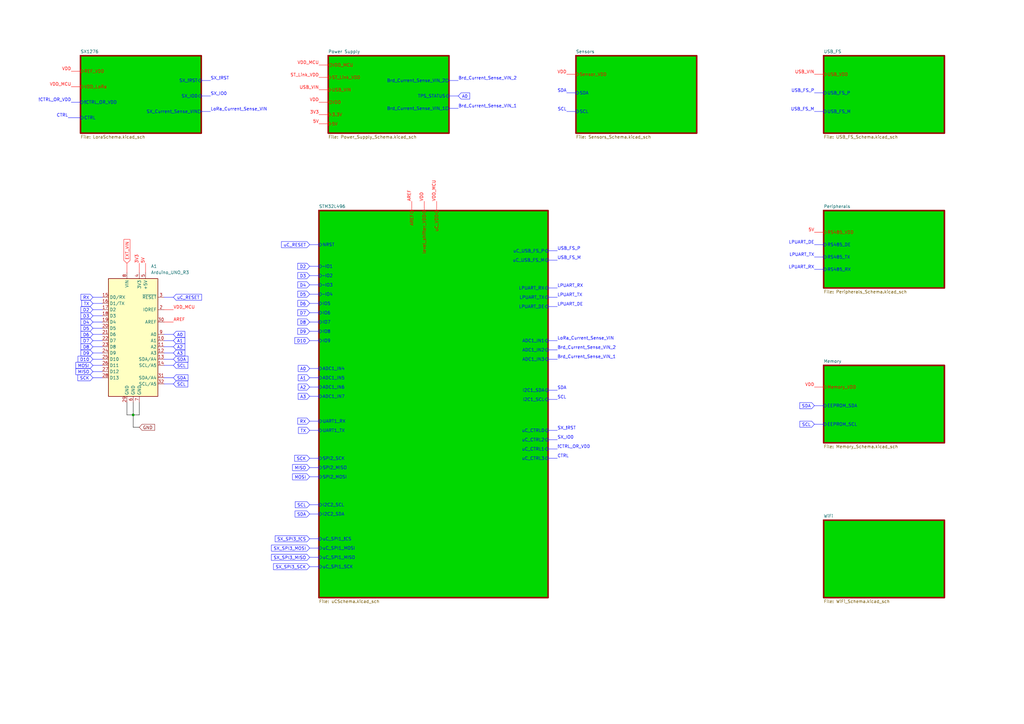
<source format=kicad_sch>
(kicad_sch
	(version 20231120)
	(generator "eeschema")
	(generator_version "8.0")
	(uuid "f274131a-e1ed-42df-97df-cac078e17fbc")
	(paper "A3")
	(lib_symbols
		(symbol "MCU_Module:Arduino_UNO_R3"
			(exclude_from_sim no)
			(in_bom yes)
			(on_board yes)
			(property "Reference" "A"
				(at -10.16 23.495 0)
				(effects
					(font
						(size 1.27 1.27)
					)
					(justify left bottom)
				)
			)
			(property "Value" "Arduino_UNO_R3"
				(at 5.08 -26.67 0)
				(effects
					(font
						(size 1.27 1.27)
					)
					(justify left top)
				)
			)
			(property "Footprint" "Module:Arduino_UNO_R3"
				(at 0 0 0)
				(effects
					(font
						(size 1.27 1.27)
						(italic yes)
					)
					(hide yes)
				)
			)
			(property "Datasheet" "https://www.arduino.cc/en/Main/arduinoBoardUno"
				(at 0 0 0)
				(effects
					(font
						(size 1.27 1.27)
					)
					(hide yes)
				)
			)
			(property "Description" "Arduino UNO Microcontroller Module, release 3"
				(at 0 0 0)
				(effects
					(font
						(size 1.27 1.27)
					)
					(hide yes)
				)
			)
			(property "ki_keywords" "Arduino UNO R3 Microcontroller Module Atmel AVR USB"
				(at 0 0 0)
				(effects
					(font
						(size 1.27 1.27)
					)
					(hide yes)
				)
			)
			(property "ki_fp_filters" "Arduino*UNO*R3*"
				(at 0 0 0)
				(effects
					(font
						(size 1.27 1.27)
					)
					(hide yes)
				)
			)
			(symbol "Arduino_UNO_R3_0_1"
				(rectangle
					(start -10.16 22.86)
					(end 10.16 -25.4)
					(stroke
						(width 0.254)
						(type default)
					)
					(fill
						(type background)
					)
				)
			)
			(symbol "Arduino_UNO_R3_1_1"
				(pin no_connect line
					(at -10.16 -20.32 0)
					(length 2.54) hide
					(name "NC"
						(effects
							(font
								(size 1.27 1.27)
							)
						)
					)
					(number "1"
						(effects
							(font
								(size 1.27 1.27)
							)
						)
					)
				)
				(pin bidirectional line
					(at 12.7 -2.54 180)
					(length 2.54)
					(name "A1"
						(effects
							(font
								(size 1.27 1.27)
							)
						)
					)
					(number "10"
						(effects
							(font
								(size 1.27 1.27)
							)
						)
					)
				)
				(pin bidirectional line
					(at 12.7 -5.08 180)
					(length 2.54)
					(name "A2"
						(effects
							(font
								(size 1.27 1.27)
							)
						)
					)
					(number "11"
						(effects
							(font
								(size 1.27 1.27)
							)
						)
					)
				)
				(pin bidirectional line
					(at 12.7 -7.62 180)
					(length 2.54)
					(name "A3"
						(effects
							(font
								(size 1.27 1.27)
							)
						)
					)
					(number "12"
						(effects
							(font
								(size 1.27 1.27)
							)
						)
					)
				)
				(pin bidirectional line
					(at 12.7 -10.16 180)
					(length 2.54)
					(name "SDA/A4"
						(effects
							(font
								(size 1.27 1.27)
							)
						)
					)
					(number "13"
						(effects
							(font
								(size 1.27 1.27)
							)
						)
					)
				)
				(pin bidirectional line
					(at 12.7 -12.7 180)
					(length 2.54)
					(name "SCL/A5"
						(effects
							(font
								(size 1.27 1.27)
							)
						)
					)
					(number "14"
						(effects
							(font
								(size 1.27 1.27)
							)
						)
					)
				)
				(pin bidirectional line
					(at -12.7 15.24 0)
					(length 2.54)
					(name "D0/RX"
						(effects
							(font
								(size 1.27 1.27)
							)
						)
					)
					(number "15"
						(effects
							(font
								(size 1.27 1.27)
							)
						)
					)
				)
				(pin bidirectional line
					(at -12.7 12.7 0)
					(length 2.54)
					(name "D1/TX"
						(effects
							(font
								(size 1.27 1.27)
							)
						)
					)
					(number "16"
						(effects
							(font
								(size 1.27 1.27)
							)
						)
					)
				)
				(pin bidirectional line
					(at -12.7 10.16 0)
					(length 2.54)
					(name "D2"
						(effects
							(font
								(size 1.27 1.27)
							)
						)
					)
					(number "17"
						(effects
							(font
								(size 1.27 1.27)
							)
						)
					)
				)
				(pin bidirectional line
					(at -12.7 7.62 0)
					(length 2.54)
					(name "D3"
						(effects
							(font
								(size 1.27 1.27)
							)
						)
					)
					(number "18"
						(effects
							(font
								(size 1.27 1.27)
							)
						)
					)
				)
				(pin bidirectional line
					(at -12.7 5.08 0)
					(length 2.54)
					(name "D4"
						(effects
							(font
								(size 1.27 1.27)
							)
						)
					)
					(number "19"
						(effects
							(font
								(size 1.27 1.27)
							)
						)
					)
				)
				(pin output line
					(at 12.7 10.16 180)
					(length 2.54)
					(name "IOREF"
						(effects
							(font
								(size 1.27 1.27)
							)
						)
					)
					(number "2"
						(effects
							(font
								(size 1.27 1.27)
							)
						)
					)
				)
				(pin bidirectional line
					(at -12.7 2.54 0)
					(length 2.54)
					(name "D5"
						(effects
							(font
								(size 1.27 1.27)
							)
						)
					)
					(number "20"
						(effects
							(font
								(size 1.27 1.27)
							)
						)
					)
				)
				(pin bidirectional line
					(at -12.7 0 0)
					(length 2.54)
					(name "D6"
						(effects
							(font
								(size 1.27 1.27)
							)
						)
					)
					(number "21"
						(effects
							(font
								(size 1.27 1.27)
							)
						)
					)
				)
				(pin bidirectional line
					(at -12.7 -2.54 0)
					(length 2.54)
					(name "D7"
						(effects
							(font
								(size 1.27 1.27)
							)
						)
					)
					(number "22"
						(effects
							(font
								(size 1.27 1.27)
							)
						)
					)
				)
				(pin bidirectional line
					(at -12.7 -5.08 0)
					(length 2.54)
					(name "D8"
						(effects
							(font
								(size 1.27 1.27)
							)
						)
					)
					(number "23"
						(effects
							(font
								(size 1.27 1.27)
							)
						)
					)
				)
				(pin bidirectional line
					(at -12.7 -7.62 0)
					(length 2.54)
					(name "D9"
						(effects
							(font
								(size 1.27 1.27)
							)
						)
					)
					(number "24"
						(effects
							(font
								(size 1.27 1.27)
							)
						)
					)
				)
				(pin bidirectional line
					(at -12.7 -10.16 0)
					(length 2.54)
					(name "D10"
						(effects
							(font
								(size 1.27 1.27)
							)
						)
					)
					(number "25"
						(effects
							(font
								(size 1.27 1.27)
							)
						)
					)
				)
				(pin bidirectional line
					(at -12.7 -12.7 0)
					(length 2.54)
					(name "D11"
						(effects
							(font
								(size 1.27 1.27)
							)
						)
					)
					(number "26"
						(effects
							(font
								(size 1.27 1.27)
							)
						)
					)
				)
				(pin bidirectional line
					(at -12.7 -15.24 0)
					(length 2.54)
					(name "D12"
						(effects
							(font
								(size 1.27 1.27)
							)
						)
					)
					(number "27"
						(effects
							(font
								(size 1.27 1.27)
							)
						)
					)
				)
				(pin bidirectional line
					(at -12.7 -17.78 0)
					(length 2.54)
					(name "D13"
						(effects
							(font
								(size 1.27 1.27)
							)
						)
					)
					(number "28"
						(effects
							(font
								(size 1.27 1.27)
							)
						)
					)
				)
				(pin power_in line
					(at -2.54 -27.94 90)
					(length 2.54)
					(name "GND"
						(effects
							(font
								(size 1.27 1.27)
							)
						)
					)
					(number "29"
						(effects
							(font
								(size 1.27 1.27)
							)
						)
					)
				)
				(pin input line
					(at 12.7 15.24 180)
					(length 2.54)
					(name "~{RESET}"
						(effects
							(font
								(size 1.27 1.27)
							)
						)
					)
					(number "3"
						(effects
							(font
								(size 1.27 1.27)
							)
						)
					)
				)
				(pin input line
					(at 12.7 5.08 180)
					(length 2.54)
					(name "AREF"
						(effects
							(font
								(size 1.27 1.27)
							)
						)
					)
					(number "30"
						(effects
							(font
								(size 1.27 1.27)
							)
						)
					)
				)
				(pin bidirectional line
					(at 12.7 -17.78 180)
					(length 2.54)
					(name "SDA/A4"
						(effects
							(font
								(size 1.27 1.27)
							)
						)
					)
					(number "31"
						(effects
							(font
								(size 1.27 1.27)
							)
						)
					)
				)
				(pin bidirectional line
					(at 12.7 -20.32 180)
					(length 2.54)
					(name "SCL/A5"
						(effects
							(font
								(size 1.27 1.27)
							)
						)
					)
					(number "32"
						(effects
							(font
								(size 1.27 1.27)
							)
						)
					)
				)
				(pin power_out line
					(at 2.54 25.4 270)
					(length 2.54)
					(name "3V3"
						(effects
							(font
								(size 1.27 1.27)
							)
						)
					)
					(number "4"
						(effects
							(font
								(size 1.27 1.27)
							)
						)
					)
				)
				(pin power_out line
					(at 5.08 25.4 270)
					(length 2.54)
					(name "+5V"
						(effects
							(font
								(size 1.27 1.27)
							)
						)
					)
					(number "5"
						(effects
							(font
								(size 1.27 1.27)
							)
						)
					)
				)
				(pin power_in line
					(at 0 -27.94 90)
					(length 2.54)
					(name "GND"
						(effects
							(font
								(size 1.27 1.27)
							)
						)
					)
					(number "6"
						(effects
							(font
								(size 1.27 1.27)
							)
						)
					)
				)
				(pin power_in line
					(at 2.54 -27.94 90)
					(length 2.54)
					(name "GND"
						(effects
							(font
								(size 1.27 1.27)
							)
						)
					)
					(number "7"
						(effects
							(font
								(size 1.27 1.27)
							)
						)
					)
				)
				(pin power_in line
					(at -2.54 25.4 270)
					(length 2.54)
					(name "VIN"
						(effects
							(font
								(size 1.27 1.27)
							)
						)
					)
					(number "8"
						(effects
							(font
								(size 1.27 1.27)
							)
						)
					)
				)
				(pin bidirectional line
					(at 12.7 0 180)
					(length 2.54)
					(name "A0"
						(effects
							(font
								(size 1.27 1.27)
							)
						)
					)
					(number "9"
						(effects
							(font
								(size 1.27 1.27)
							)
						)
					)
				)
			)
		)
	)
	(junction
		(at 54.61 170.18)
		(diameter 0)
		(color 0 0 0 0)
		(uuid "8dc44dc9-33a5-4524-aa8a-58ae88e8560c")
	)
	(wire
		(pts
			(xy 67.31 142.24) (xy 71.12 142.24)
		)
		(stroke
			(width 0)
			(type default)
			(color 0 0 255 1)
		)
		(uuid "06aa283c-9606-40a6-b4b9-cf2642018925")
	)
	(wire
		(pts
			(xy 224.79 121.92) (xy 228.6 121.92)
		)
		(stroke
			(width 0)
			(type default)
			(color 0 0 255 1)
		)
		(uuid "0b1d8a10-74ef-4865-b041-70ce082381ee")
	)
	(wire
		(pts
			(xy 127 151.13) (xy 130.81 151.13)
		)
		(stroke
			(width 0)
			(type default)
			(color 0 0 255 1)
		)
		(uuid "0c15239e-46a1-46f4-b904-2561b6a26d43")
	)
	(wire
		(pts
			(xy 67.31 157.48) (xy 71.12 157.48)
		)
		(stroke
			(width 0)
			(type default)
			(color 0 0 255 1)
		)
		(uuid "0dea4c49-609a-4def-83e3-15cf63c20a4e")
	)
	(wire
		(pts
			(xy 184.15 44.45) (xy 187.96 44.45)
		)
		(stroke
			(width 0)
			(type default)
			(color 0 0 255 1)
		)
		(uuid "1065f6ad-5d67-49b4-9626-1735dc7c2c68")
	)
	(wire
		(pts
			(xy 38.1 139.7) (xy 41.91 139.7)
		)
		(stroke
			(width 0)
			(type default)
			(color 0 0 255 1)
		)
		(uuid "108cdb42-3d39-4836-b830-b3d74c066ad0")
	)
	(wire
		(pts
			(xy 38.1 152.4) (xy 41.91 152.4)
		)
		(stroke
			(width 0)
			(type default)
			(color 0 0 255 1)
		)
		(uuid "1224807d-2bc0-40f6-9f69-84c5b1dab7d6")
	)
	(wire
		(pts
			(xy 54.61 165.1) (xy 54.61 170.18)
		)
		(stroke
			(width 0)
			(type default)
			(color 0 0 0 1)
		)
		(uuid "13cc72b5-8db2-4f58-9aed-157de74d14d9")
	)
	(wire
		(pts
			(xy 130.81 26.67) (xy 134.62 26.67)
		)
		(stroke
			(width 0)
			(type default)
			(color 255 0 0 1)
		)
		(uuid "14590122-a61b-41a0-a810-41d7994ea8d6")
	)
	(wire
		(pts
			(xy 127 158.75) (xy 130.81 158.75)
		)
		(stroke
			(width 0)
			(type default)
			(color 0 0 255 1)
		)
		(uuid "15486286-1782-4ddb-b98e-7ea71e9e3d90")
	)
	(wire
		(pts
			(xy 130.81 41.91) (xy 134.62 41.91)
		)
		(stroke
			(width 0)
			(type default)
			(color 255 0 0 1)
		)
		(uuid "1623f4bd-87e5-4333-91c1-653d717b684e")
	)
	(wire
		(pts
			(xy 173.99 86.36) (xy 173.99 82.55)
		)
		(stroke
			(width 0)
			(type default)
			(color 255 0 0 1)
		)
		(uuid "16246e83-acbc-4803-880d-3763356c73a7")
	)
	(wire
		(pts
			(xy 127 187.96) (xy 130.81 187.96)
		)
		(stroke
			(width 0)
			(type default)
			(color 0 0 255 1)
		)
		(uuid "1b574916-ed47-4ad1-986e-a2b530fad52f")
	)
	(wire
		(pts
			(xy 38.1 144.78) (xy 41.91 144.78)
		)
		(stroke
			(width 0)
			(type default)
			(color 0 0 255 1)
		)
		(uuid "1b7b44b9-b0cb-416c-b83c-249ed2e4c566")
	)
	(wire
		(pts
			(xy 71.12 132.08) (xy 67.31 132.08)
		)
		(stroke
			(width 0)
			(type default)
			(color 255 0 0 1)
		)
		(uuid "1fb5a354-60c4-4386-86ae-3f5a23f48714")
	)
	(wire
		(pts
			(xy 179.07 86.36) (xy 179.07 82.55)
		)
		(stroke
			(width 0)
			(type default)
			(color 255 0 0 1)
		)
		(uuid "26abfa00-444b-4231-9ba5-64d23b24d5ce")
	)
	(wire
		(pts
			(xy 52.07 170.18) (xy 54.61 170.18)
		)
		(stroke
			(width 0)
			(type default)
			(color 0 0 0 1)
		)
		(uuid "293f47fd-e793-44f7-8c61-d4cd6fc738c8")
	)
	(wire
		(pts
			(xy 127 232.41) (xy 130.81 232.41)
		)
		(stroke
			(width 0)
			(type default)
			(color 0 0 255 1)
		)
		(uuid "2a6b74ee-d53b-4c74-a08f-788cb05faee2")
	)
	(wire
		(pts
			(xy 38.1 124.46) (xy 41.91 124.46)
		)
		(stroke
			(width 0)
			(type default)
			(color 0 0 255 1)
		)
		(uuid "340a851a-080c-4987-bc56-ded2bfc831fe")
	)
	(wire
		(pts
			(xy 224.79 180.34) (xy 228.6 180.34)
		)
		(stroke
			(width 0)
			(type default)
			(color 0 0 255 1)
		)
		(uuid "3a662234-bdf8-44b0-9619-40db86666db3")
	)
	(wire
		(pts
			(xy 82.55 45.72) (xy 86.36 45.72)
		)
		(stroke
			(width 0)
			(type default)
			(color 0 0 255 1)
		)
		(uuid "3a99b30a-e67e-4cf3-b801-d367c4ee0a68")
	)
	(wire
		(pts
			(xy 184.15 33.02) (xy 187.96 33.02)
		)
		(stroke
			(width 0)
			(type default)
			(color 0 0 255 1)
		)
		(uuid "477928e5-0db0-4cb9-884d-c84d0bda472e")
	)
	(wire
		(pts
			(xy 127 135.89) (xy 130.81 135.89)
		)
		(stroke
			(width 0)
			(type default)
			(color 0 0 255 1)
		)
		(uuid "4b89186c-7307-4ea5-955a-8ac755a1fd80")
	)
	(wire
		(pts
			(xy 38.1 154.94) (xy 41.91 154.94)
		)
		(stroke
			(width 0)
			(type default)
			(color 0 0 255 1)
		)
		(uuid "4c54467d-b2ba-4f21-ad9e-2891a54a7695")
	)
	(wire
		(pts
			(xy 334.01 38.1) (xy 337.82 38.1)
		)
		(stroke
			(width 0)
			(type default)
			(color 0 0 255 1)
		)
		(uuid "4efad4fa-aa13-4ed3-a438-95becdac35f4")
	)
	(wire
		(pts
			(xy 54.61 175.26) (xy 57.15 175.26)
		)
		(stroke
			(width 0)
			(type default)
			(color 0 0 0 1)
		)
		(uuid "521e562e-ed46-4a8b-bcdf-8f24da4ba902")
	)
	(wire
		(pts
			(xy 224.79 147.32) (xy 228.6 147.32)
		)
		(stroke
			(width 0)
			(type default)
			(color 0 0 255 1)
		)
		(uuid "5799db74-ea78-4db7-ab8b-c463d4982916")
	)
	(wire
		(pts
			(xy 334.01 45.72) (xy 337.82 45.72)
		)
		(stroke
			(width 0)
			(type default)
			(color 0 0 255 1)
		)
		(uuid "5806903a-96af-4ecf-8d5c-f08a5ce001bc")
	)
	(wire
		(pts
			(xy 127 162.56) (xy 130.81 162.56)
		)
		(stroke
			(width 0)
			(type default)
			(color 0 0 255 1)
		)
		(uuid "5c1ab5ee-9efb-4844-a655-3805c16c2170")
	)
	(wire
		(pts
			(xy 127 113.03) (xy 130.81 113.03)
		)
		(stroke
			(width 0)
			(type default)
			(color 0 0 255 1)
		)
		(uuid "6248e06d-8726-4247-a7cf-45cf998ea20f")
	)
	(wire
		(pts
			(xy 334.01 100.33) (xy 337.82 100.33)
		)
		(stroke
			(width 0)
			(type default)
			(color 0 0 255 1)
		)
		(uuid "648617df-9e5a-4f5e-9585-2261dbf4d6cf")
	)
	(wire
		(pts
			(xy 127 128.27) (xy 130.81 128.27)
		)
		(stroke
			(width 0)
			(type default)
			(color 0 0 255 1)
		)
		(uuid "665ddae8-75ba-4ab2-81a6-7b28dc3ce65b")
	)
	(wire
		(pts
			(xy 67.31 149.86) (xy 71.12 149.86)
		)
		(stroke
			(width 0)
			(type default)
			(color 0 0 255 1)
		)
		(uuid "691391af-9b3e-4e2b-a686-fd18170778a5")
	)
	(wire
		(pts
			(xy 54.61 170.18) (xy 54.61 175.26)
		)
		(stroke
			(width 0)
			(type default)
			(color 0 0 0 1)
		)
		(uuid "6fa3e0d4-d94c-4629-a0ae-c71f6f3497db")
	)
	(wire
		(pts
			(xy 127 207.01) (xy 130.81 207.01)
		)
		(stroke
			(width 0)
			(type default)
			(color 0 0 255 1)
		)
		(uuid "7002b51c-102d-4bb6-8f48-c8d00eb17b5c")
	)
	(wire
		(pts
			(xy 29.21 35.56) (xy 33.02 35.56)
		)
		(stroke
			(width 0)
			(type default)
			(color 255 0 0 1)
		)
		(uuid "708e1126-68cf-41bf-90d9-88a96ac5d56f")
	)
	(wire
		(pts
			(xy 334.01 95.25) (xy 337.82 95.25)
		)
		(stroke
			(width 0)
			(type default)
			(color 255 0 0 1)
		)
		(uuid "714145cf-b895-478d-b2c5-075609d6fe42")
	)
	(wire
		(pts
			(xy 224.79 118.11) (xy 228.6 118.11)
		)
		(stroke
			(width 0)
			(type default)
			(color 0 0 255 1)
		)
		(uuid "7284d102-169d-4fc2-988f-e603521fcf49")
	)
	(wire
		(pts
			(xy 67.31 154.94) (xy 71.12 154.94)
		)
		(stroke
			(width 0)
			(type default)
			(color 0 0 255 1)
		)
		(uuid "730817c3-54d9-4515-bbbc-fac4c70d9479")
	)
	(wire
		(pts
			(xy 224.79 187.96) (xy 228.6 187.96)
		)
		(stroke
			(width 0)
			(type default)
			(color 0 0 255 1)
		)
		(uuid "73ba9df1-1a95-4964-bc2e-d29e5710fc56")
	)
	(wire
		(pts
			(xy 38.1 149.86) (xy 41.91 149.86)
		)
		(stroke
			(width 0)
			(type default)
			(color 0 0 255 1)
		)
		(uuid "74037fd9-5d18-4be6-aaac-4d0ecb8040f7")
	)
	(wire
		(pts
			(xy 130.81 31.75) (xy 134.62 31.75)
		)
		(stroke
			(width 0)
			(type default)
			(color 255 0 0 1)
		)
		(uuid "7449e456-f47d-4884-8ef6-1e013324fe66")
	)
	(wire
		(pts
			(xy 38.1 137.16) (xy 41.91 137.16)
		)
		(stroke
			(width 0)
			(type default)
			(color 0 0 255 1)
		)
		(uuid "77b69abe-fe39-4389-830d-0225e9d67324")
	)
	(wire
		(pts
			(xy 127 120.65) (xy 130.81 120.65)
		)
		(stroke
			(width 0)
			(type default)
			(color 0 0 255 1)
		)
		(uuid "78ef5a78-a57c-4757-81eb-22923e2e0fef")
	)
	(wire
		(pts
			(xy 224.79 160.02) (xy 228.6 160.02)
		)
		(stroke
			(width 0)
			(type default)
			(color 0 0 255 1)
		)
		(uuid "79634897-efad-49c0-8887-b8d2bd97c06e")
	)
	(wire
		(pts
			(xy 29.21 41.91) (xy 33.02 41.91)
		)
		(stroke
			(width 0)
			(type default)
			(color 0 0 255 1)
		)
		(uuid "7a060f00-7f36-4722-a3d0-d5546cf450c2")
	)
	(wire
		(pts
			(xy 57.15 107.95) (xy 57.15 111.76)
		)
		(stroke
			(width 0)
			(type default)
			(color 255 0 0 1)
		)
		(uuid "7d3d6be5-314f-439a-8ead-68902dace484")
	)
	(wire
		(pts
			(xy 127 228.6) (xy 130.81 228.6)
		)
		(stroke
			(width 0)
			(type default)
			(color 0 0 255 1)
		)
		(uuid "7f23e954-2d71-4d45-aacd-bebdc1a0ac0f")
	)
	(wire
		(pts
			(xy 334.01 166.37) (xy 337.82 166.37)
		)
		(stroke
			(width 0)
			(type default)
			(color 0 0 255 1)
		)
		(uuid "830b1a3d-3081-49f7-8ea4-f4c9d180037d")
	)
	(wire
		(pts
			(xy 54.61 170.18) (xy 57.15 170.18)
		)
		(stroke
			(width 0)
			(type default)
			(color 0 0 0 1)
		)
		(uuid "859a5749-b9d0-4859-af3e-88b0602b782e")
	)
	(wire
		(pts
			(xy 334.01 110.49) (xy 337.82 110.49)
		)
		(stroke
			(width 0)
			(type default)
			(color 0 0 255 1)
		)
		(uuid "8a5ce126-553f-472e-bf18-02f772844d92")
	)
	(wire
		(pts
			(xy 59.69 107.95) (xy 59.69 111.76)
		)
		(stroke
			(width 0)
			(type default)
			(color 255 0 0 1)
		)
		(uuid "8c448f36-c2a1-4e70-8f80-20722a68fc6d")
	)
	(wire
		(pts
			(xy 184.15 39.37) (xy 187.96 39.37)
		)
		(stroke
			(width 0)
			(type default)
			(color 0 0 255 1)
		)
		(uuid "8c81d103-86ab-40b8-bf1a-4e94d221221d")
	)
	(wire
		(pts
			(xy 130.81 46.99) (xy 134.62 46.99)
		)
		(stroke
			(width 0)
			(type default)
			(color 255 0 0 1)
		)
		(uuid "90c83246-d330-4fd6-81fa-d6539b34be43")
	)
	(wire
		(pts
			(xy 57.15 165.1) (xy 57.15 170.18)
		)
		(stroke
			(width 0)
			(type default)
			(color 0 0 0 1)
		)
		(uuid "926d93b0-9f5f-4306-bb9c-577627d298b8")
	)
	(wire
		(pts
			(xy 82.55 39.37) (xy 86.36 39.37)
		)
		(stroke
			(width 0)
			(type default)
			(color 0 0 255 1)
		)
		(uuid "93610b01-4831-43ac-a513-42b46f2c03c4")
	)
	(wire
		(pts
			(xy 127 210.82) (xy 130.81 210.82)
		)
		(stroke
			(width 0)
			(type default)
			(color 0 0 255 1)
		)
		(uuid "96ed6676-3305-4b19-a05e-e058c1f8fff6")
	)
	(wire
		(pts
			(xy 127 132.08) (xy 130.81 132.08)
		)
		(stroke
			(width 0)
			(type default)
			(color 0 0 255 1)
		)
		(uuid "97730973-3a47-4bcf-864d-9b2fe3f3f157")
	)
	(wire
		(pts
			(xy 127 172.72) (xy 130.81 172.72)
		)
		(stroke
			(width 0)
			(type default)
			(color 0 0 255 1)
		)
		(uuid "994df5f7-89d9-474e-994a-a0deb8cbd1ba")
	)
	(wire
		(pts
			(xy 127 139.7) (xy 130.81 139.7)
		)
		(stroke
			(width 0)
			(type default)
			(color 0 0 255 1)
		)
		(uuid "996a0a90-9cb0-4ba6-aade-369e75520efa")
	)
	(wire
		(pts
			(xy 232.41 38.1) (xy 236.22 38.1)
		)
		(stroke
			(width 0)
			(type default)
			(color 0 0 255 1)
		)
		(uuid "9e360211-fce3-4dbb-9c78-f1bdc08a7017")
	)
	(wire
		(pts
			(xy 29.21 29.21) (xy 33.02 29.21)
		)
		(stroke
			(width 0)
			(type default)
			(color 255 0 0 1)
		)
		(uuid "9e9f9bb9-8fb4-4994-ad3e-ada890b1a5c2")
	)
	(wire
		(pts
			(xy 127 176.53) (xy 130.81 176.53)
		)
		(stroke
			(width 0)
			(type default)
			(color 0 0 255 1)
		)
		(uuid "9f6f6f0e-fa9d-4062-9afa-67af0d583ee1")
	)
	(wire
		(pts
			(xy 38.1 127) (xy 41.91 127)
		)
		(stroke
			(width 0)
			(type default)
			(color 0 0 255 1)
		)
		(uuid "9fb5d812-774e-4e3e-bbe5-899e0cc942e5")
	)
	(wire
		(pts
			(xy 224.79 125.73) (xy 228.6 125.73)
		)
		(stroke
			(width 0)
			(type default)
			(color 0 0 255 1)
		)
		(uuid "a0b08fc1-c36b-4111-ac0b-29b48b3f1a11")
	)
	(wire
		(pts
			(xy 27.94 48.26) (xy 33.02 48.26)
		)
		(stroke
			(width 0)
			(type default)
			(color 0 0 255 1)
		)
		(uuid "a19f5e5d-69f0-41aa-a307-e1d854a29150")
	)
	(wire
		(pts
			(xy 67.31 127) (xy 71.12 127)
		)
		(stroke
			(width 0)
			(type default)
			(color 255 0 0 1)
		)
		(uuid "a216a48e-cbb3-48d0-b77e-9a43f46ef54f")
	)
	(wire
		(pts
			(xy 67.31 137.16) (xy 71.12 137.16)
		)
		(stroke
			(width 0)
			(type default)
			(color 0 0 255 1)
		)
		(uuid "a3ef0bc1-1b5b-4d31-9e3a-8beb6b7e745c")
	)
	(wire
		(pts
			(xy 127 116.84) (xy 130.81 116.84)
		)
		(stroke
			(width 0)
			(type default)
			(color 0 0 255 1)
		)
		(uuid "a3f011a4-13d7-43bf-b925-13c66d88b283")
	)
	(wire
		(pts
			(xy 67.31 147.32) (xy 71.12 147.32)
		)
		(stroke
			(width 0)
			(type default)
			(color 0 0 255 1)
		)
		(uuid "a5fee15a-d49a-4aa8-bf66-5ae83e9d6ef1")
	)
	(wire
		(pts
			(xy 168.91 86.36) (xy 168.91 82.55)
		)
		(stroke
			(width 0)
			(type default)
			(color 255 0 0 1)
		)
		(uuid "a7c2c3d4-c5c6-4d31-a46e-0b3fcc8c2bba")
	)
	(wire
		(pts
			(xy 38.1 132.08) (xy 41.91 132.08)
		)
		(stroke
			(width 0)
			(type default)
			(color 0 0 255 1)
		)
		(uuid "a97fc68a-0363-4e1f-bd03-2fcee0ad158c")
	)
	(wire
		(pts
			(xy 224.79 139.7) (xy 228.6 139.7)
		)
		(stroke
			(width 0)
			(type default)
			(color 0 0 255 1)
		)
		(uuid "a9b3eb97-1072-4e1c-ae13-79288add1c05")
	)
	(wire
		(pts
			(xy 52.07 107.95) (xy 52.07 111.76)
		)
		(stroke
			(width 0)
			(type default)
			(color 255 0 0 1)
		)
		(uuid "b492f6e1-2ac7-486c-91f2-c3f1cf550ff7")
	)
	(wire
		(pts
			(xy 38.1 121.92) (xy 41.91 121.92)
		)
		(stroke
			(width 0)
			(type default)
			(color 0 0 255 1)
		)
		(uuid "b944ebbd-b724-4834-a159-48cc1e348498")
	)
	(wire
		(pts
			(xy 82.55 33.02) (xy 86.36 33.02)
		)
		(stroke
			(width 0)
			(type default)
			(color 0 0 255 1)
		)
		(uuid "ba45bdbc-a1f0-468c-a903-0ac39f7bceea")
	)
	(wire
		(pts
			(xy 224.79 143.51) (xy 228.6 143.51)
		)
		(stroke
			(width 0)
			(type default)
			(color 0 0 255 1)
		)
		(uuid "bb7fd3ac-43f6-46d1-be10-815dd87671b7")
	)
	(wire
		(pts
			(xy 130.81 50.8) (xy 134.62 50.8)
		)
		(stroke
			(width 0)
			(type default)
			(color 255 0 0 1)
		)
		(uuid "bc00911a-21b7-45d2-b1a2-a9deb12179e6")
	)
	(wire
		(pts
			(xy 224.79 106.68) (xy 228.6 106.68)
		)
		(stroke
			(width 0)
			(type default)
			(color 0 0 255 1)
		)
		(uuid "c7bac14f-77da-4e87-9494-ebcdc9f06d78")
	)
	(wire
		(pts
			(xy 224.79 163.83) (xy 228.6 163.83)
		)
		(stroke
			(width 0)
			(type default)
			(color 0 0 255 1)
		)
		(uuid "c9f95fe8-290a-47b1-ad24-d22dc171c38b")
	)
	(wire
		(pts
			(xy 224.79 184.15) (xy 228.6 184.15)
		)
		(stroke
			(width 0)
			(type default)
			(color 0 0 255 1)
		)
		(uuid "cd8d3d6c-0b15-4652-8bef-efed4c587f3f")
	)
	(wire
		(pts
			(xy 232.41 30.48) (xy 236.22 30.48)
		)
		(stroke
			(width 0)
			(type default)
			(color 255 0 0 1)
		)
		(uuid "d0c5aa05-aadd-4a20-a44b-6d6f4715d216")
	)
	(wire
		(pts
			(xy 127 220.98) (xy 130.81 220.98)
		)
		(stroke
			(width 0)
			(type default)
			(color 0 0 255 1)
		)
		(uuid "d1da6896-0307-4b72-9c58-3d9c794fefb3")
	)
	(wire
		(pts
			(xy 224.79 102.87) (xy 228.6 102.87)
		)
		(stroke
			(width 0)
			(type default)
			(color 0 0 255 1)
		)
		(uuid "d3f190ab-cd0e-4b2f-b59c-69d4ea2cae98")
	)
	(wire
		(pts
			(xy 224.79 176.53) (xy 228.6 176.53)
		)
		(stroke
			(width 0)
			(type default)
			(color 0 0 255 1)
		)
		(uuid "d540d3ae-794c-4652-83df-9493fafc53e2")
	)
	(wire
		(pts
			(xy 334.01 105.41) (xy 337.82 105.41)
		)
		(stroke
			(width 0)
			(type default)
			(color 0 0 255 1)
		)
		(uuid "d5467053-f6f6-448e-8061-9388d9af05f7")
	)
	(wire
		(pts
			(xy 127 154.94) (xy 130.81 154.94)
		)
		(stroke
			(width 0)
			(type default)
			(color 0 0 255 1)
		)
		(uuid "d724203e-0a28-4713-95b0-cb3b93c405eb")
	)
	(wire
		(pts
			(xy 127 100.33) (xy 130.81 100.33)
		)
		(stroke
			(width 0)
			(type default)
			(color 0 0 255 1)
		)
		(uuid "d81fbbdb-5096-41f9-9b9b-7da175526d2f")
	)
	(wire
		(pts
			(xy 127 191.77) (xy 130.81 191.77)
		)
		(stroke
			(width 0)
			(type default)
			(color 0 0 255 1)
		)
		(uuid "d9c8299d-08d7-4610-830d-3828018a7073")
	)
	(wire
		(pts
			(xy 67.31 144.78) (xy 71.12 144.78)
		)
		(stroke
			(width 0)
			(type default)
			(color 0 0 255 1)
		)
		(uuid "d9cf109a-d96b-4eb9-bb8d-b9d95ef86cb3")
	)
	(wire
		(pts
			(xy 38.1 142.24) (xy 41.91 142.24)
		)
		(stroke
			(width 0)
			(type default)
			(color 0 0 255 1)
		)
		(uuid "ddda9fd1-51d6-45a6-9783-af029b11f084")
	)
	(wire
		(pts
			(xy 130.81 36.83) (xy 134.62 36.83)
		)
		(stroke
			(width 0)
			(type default)
			(color 255 0 0 1)
		)
		(uuid "decb6bcb-87ca-4428-8881-70f15cb2e6cd")
	)
	(wire
		(pts
			(xy 52.07 165.1) (xy 52.07 170.18)
		)
		(stroke
			(width 0)
			(type default)
			(color 0 0 0 1)
		)
		(uuid "e5ecbe5b-becf-4a20-94f7-6b0216479bf8")
	)
	(wire
		(pts
			(xy 127 195.58) (xy 130.81 195.58)
		)
		(stroke
			(width 0)
			(type default)
			(color 0 0 255 1)
		)
		(uuid "e76c8656-6fff-4509-976d-fe381fcad7cd")
	)
	(wire
		(pts
			(xy 127 124.46) (xy 130.81 124.46)
		)
		(stroke
			(width 0)
			(type default)
			(color 0 0 255 1)
		)
		(uuid "e7dce38d-0a9b-4bb8-acf1-a664dce3f9b4")
	)
	(wire
		(pts
			(xy 127 109.22) (xy 130.81 109.22)
		)
		(stroke
			(width 0)
			(type default)
			(color 0 0 255 1)
		)
		(uuid "e97a4d6c-9643-4de4-8bee-0ec04d2b629f")
	)
	(wire
		(pts
			(xy 67.31 121.92) (xy 71.12 121.92)
		)
		(stroke
			(width 0)
			(type default)
			(color 0 0 255 1)
		)
		(uuid "ec0150a8-a738-4cc9-9961-ccec0596de8f")
	)
	(wire
		(pts
			(xy 334.01 158.75) (xy 337.82 158.75)
		)
		(stroke
			(width 0)
			(type default)
			(color 255 0 0 1)
		)
		(uuid "ec7c45b4-95b8-41fa-b3f4-f977822cc44a")
	)
	(wire
		(pts
			(xy 38.1 134.62) (xy 41.91 134.62)
		)
		(stroke
			(width 0)
			(type default)
			(color 0 0 255 1)
		)
		(uuid "eccab362-61d7-4cf0-b1c9-e6d0b09bd839")
	)
	(wire
		(pts
			(xy 334.01 173.99) (xy 337.82 173.99)
		)
		(stroke
			(width 0)
			(type default)
			(color 0 0 255 1)
		)
		(uuid "eda229d1-4331-4993-91d6-bb4d7d788cf7")
	)
	(wire
		(pts
			(xy 334.01 30.48) (xy 337.82 30.48)
		)
		(stroke
			(width 0)
			(type default)
			(color 255 0 0 1)
		)
		(uuid "efec8163-1df8-43b4-8aba-b75fffb87678")
	)
	(wire
		(pts
			(xy 38.1 129.54) (xy 41.91 129.54)
		)
		(stroke
			(width 0)
			(type default)
			(color 0 0 255 1)
		)
		(uuid "f5ab155b-4f5b-41ff-bdc7-81cf211b2b85")
	)
	(wire
		(pts
			(xy 127 224.79) (xy 130.81 224.79)
		)
		(stroke
			(width 0)
			(type default)
			(color 0 0 255 1)
		)
		(uuid "f8d421d2-816e-4f8a-ab88-c5c74742d4dc")
	)
	(wire
		(pts
			(xy 232.41 45.72) (xy 236.22 45.72)
		)
		(stroke
			(width 0)
			(type default)
			(color 0 0 255 1)
		)
		(uuid "f947540a-65bd-4367-950e-3275509c1036")
	)
	(wire
		(pts
			(xy 67.31 139.7) (xy 71.12 139.7)
		)
		(stroke
			(width 0)
			(type default)
			(color 0 0 255 1)
		)
		(uuid "fc2a8438-fc8d-4164-8c82-a2fae9571f0d")
	)
	(wire
		(pts
			(xy 38.1 147.32) (xy 41.91 147.32)
		)
		(stroke
			(width 0)
			(type default)
			(color 0 0 255 1)
		)
		(uuid "fdc768f6-dede-4d46-9b2e-f68abeeffdb6")
	)
	(label "ST_Link_VDD"
		(at 130.81 31.75 180)
		(fields_autoplaced yes)
		(effects
			(font
				(size 1.27 1.27)
				(color 255 0 0 1)
			)
			(justify right bottom)
		)
		(uuid "02b6f6aa-b6a8-4450-815c-64ff3c30b0af")
	)
	(label "LPUART_TX"
		(at 228.6 121.92 0)
		(fields_autoplaced yes)
		(effects
			(font
				(size 1.27 1.27)
				(color 0 0 255 1)
			)
			(justify left bottom)
		)
		(uuid "08f9c84f-bd36-4678-a3ee-f7e06688cdd1")
	)
	(label "LPUART_RX"
		(at 334.01 110.49 180)
		(fields_autoplaced yes)
		(effects
			(font
				(size 1.27 1.27)
				(color 0 0 255 1)
			)
			(justify right bottom)
		)
		(uuid "168eee37-06f5-4a17-bb5c-e99b6b8a653a")
	)
	(label "VDD_MCU"
		(at 179.07 82.55 90)
		(fields_autoplaced yes)
		(effects
			(font
				(size 1.27 1.27)
				(color 255 0 0 1)
			)
			(justify left bottom)
		)
		(uuid "239b6c80-1961-4b5c-af92-bda54d2e59c3")
	)
	(label "USB_FS_P"
		(at 334.01 38.1 180)
		(fields_autoplaced yes)
		(effects
			(font
				(size 1.27 1.27)
				(color 0 0 255 1)
			)
			(justify right bottom)
		)
		(uuid "250cb0e0-5298-4b2c-992d-751d1b99c5a2")
	)
	(label "3V3"
		(at 130.81 46.99 180)
		(fields_autoplaced yes)
		(effects
			(font
				(size 1.27 1.27)
				(color 255 0 0 1)
			)
			(justify right bottom)
		)
		(uuid "2855613b-4b80-42e5-bc6f-84033632ebff")
	)
	(label "VDD"
		(at 232.41 30.48 180)
		(fields_autoplaced yes)
		(effects
			(font
				(size 1.27 1.27)
				(color 255 0 0 1)
			)
			(justify right bottom)
		)
		(uuid "2b61012f-dd93-4f8a-8c61-0a5441411120")
	)
	(label "VDD"
		(at 334.01 158.75 180)
		(fields_autoplaced yes)
		(effects
			(font
				(size 1.27 1.27)
				(color 255 0 0 1)
			)
			(justify right bottom)
		)
		(uuid "3b50b6be-b962-4ece-9b45-afd54e03c472")
	)
	(label "SX_!RST"
		(at 228.6 176.53 0)
		(fields_autoplaced yes)
		(effects
			(font
				(size 1.27 1.27)
				(color 0 0 255 1)
			)
			(justify left bottom)
		)
		(uuid "3cc6ce8a-e5b6-4667-832b-cd03ae7743fb")
	)
	(label "LoRa_Current_Sense_VIN"
		(at 86.36 45.72 0)
		(fields_autoplaced yes)
		(effects
			(font
				(size 1.27 1.27)
				(color 0 0 255 1)
			)
			(justify left bottom)
		)
		(uuid "3cedd240-1df9-4051-ad70-f9852ccf7c08")
	)
	(label "SX_!RST"
		(at 86.36 33.02 0)
		(fields_autoplaced yes)
		(effects
			(font
				(size 1.27 1.27)
				(color 0 0 255 1)
			)
			(justify left bottom)
		)
		(uuid "42640fcc-a7a2-43ef-988a-755b71e4f933")
	)
	(label "VDD"
		(at 173.99 82.55 90)
		(fields_autoplaced yes)
		(effects
			(font
				(size 1.27 1.27)
				(color 255 0 0 1)
			)
			(justify left bottom)
		)
		(uuid "432ece0d-901f-4ea1-bf91-e22920e876c6")
	)
	(label "5V"
		(at 59.69 107.95 90)
		(fields_autoplaced yes)
		(effects
			(font
				(size 1.27 1.27)
				(color 255 0 0 1)
			)
			(justify left bottom)
		)
		(uuid "43982b2d-495b-4a8e-b268-8e74278044d9")
	)
	(label "SCL"
		(at 232.41 45.72 180)
		(fields_autoplaced yes)
		(effects
			(font
				(size 1.27 1.27)
				(color 0 0 255 1)
			)
			(justify right bottom)
		)
		(uuid "46cd4259-e417-48f3-8370-88d9f23f23b5")
	)
	(label "LPUART_DE"
		(at 228.6 125.73 0)
		(fields_autoplaced yes)
		(effects
			(font
				(size 1.27 1.27)
				(color 0 0 255 1)
			)
			(justify left bottom)
		)
		(uuid "46f2fbf8-7911-4e04-bb0a-610b84901576")
	)
	(label "SDA"
		(at 228.6 160.02 0)
		(fields_autoplaced yes)
		(effects
			(font
				(size 1.27 1.27)
				(color 0 0 255 1)
			)
			(justify left bottom)
		)
		(uuid "488a3b37-d9a6-49c0-bbc0-4626a9affbad")
	)
	(label "AREF"
		(at 168.91 82.55 90)
		(fields_autoplaced yes)
		(effects
			(font
				(size 1.27 1.27)
				(color 255 0 0 1)
			)
			(justify left bottom)
		)
		(uuid "489dc1ff-7704-429c-8d13-7cbc048021c9")
	)
	(label "USB_FS_P"
		(at 228.6 102.87 0)
		(fields_autoplaced yes)
		(effects
			(font
				(size 1.27 1.27)
				(color 0 0 255 1)
			)
			(justify left bottom)
		)
		(uuid "4ba2bb45-234f-4f0d-b2a3-e22f41926147")
	)
	(label "3V3"
		(at 57.15 107.95 90)
		(fields_autoplaced yes)
		(effects
			(font
				(size 1.27 1.27)
				(color 255 0 0 1)
			)
			(justify left bottom)
		)
		(uuid "4db5117f-8a92-4aca-a138-02dc0349cdb6")
	)
	(label "LPUART_DE"
		(at 334.01 100.33 180)
		(fields_autoplaced yes)
		(effects
			(font
				(size 1.27 1.27)
				(color 0 0 255 1)
			)
			(justify right bottom)
		)
		(uuid "5383afcf-45d5-4fbb-8ebe-55e56225e53f")
	)
	(label "!CTRL_OR_VDD"
		(at 228.6 184.15 0)
		(fields_autoplaced yes)
		(effects
			(font
				(size 1.27 1.27)
				(color 0 0 255 1)
			)
			(justify left bottom)
		)
		(uuid "675c93ee-3829-4b20-902e-3de6cc67bf6d")
	)
	(label "VDD"
		(at 29.21 29.21 180)
		(fields_autoplaced yes)
		(effects
			(font
				(size 1.27 1.27)
				(color 255 0 0 1)
			)
			(justify right bottom)
		)
		(uuid "67bdc826-cc97-4945-b0a6-f9d7f863a51c")
	)
	(label "LPUART_RX"
		(at 228.6 118.11 0)
		(fields_autoplaced yes)
		(effects
			(font
				(size 1.27 1.27)
				(color 0 0 255 1)
			)
			(justify left bottom)
		)
		(uuid "69028f89-233c-46da-b5a6-70ab2e71033b")
	)
	(label "LPUART_TX"
		(at 334.01 105.41 180)
		(fields_autoplaced yes)
		(effects
			(font
				(size 1.27 1.27)
				(color 0 0 255 1)
			)
			(justify right bottom)
		)
		(uuid "783004f0-ef75-4501-ad3e-4978c7f238ac")
	)
	(label "AREF"
		(at 71.12 132.08 0)
		(fields_autoplaced yes)
		(effects
			(font
				(size 1.27 1.27)
				(color 255 0 0 1)
			)
			(justify left bottom)
		)
		(uuid "79f1dcd0-01f7-4125-815a-420c7e6e6475")
	)
	(label "SCL"
		(at 228.6 163.83 0)
		(fields_autoplaced yes)
		(effects
			(font
				(size 1.27 1.27)
				(color 0 0 255 1)
			)
			(justify left bottom)
		)
		(uuid "7c0e3b73-8551-450f-bcb9-9eb05b0a16c2")
	)
	(label "Brd_Current_Sense_VIN_1"
		(at 187.96 44.45 0)
		(fields_autoplaced yes)
		(effects
			(font
				(size 1.27 1.27)
				(color 0 0 255 1)
			)
			(justify left bottom)
		)
		(uuid "7e79bd1d-a96b-47c7-bfce-852f995d12f9")
	)
	(label "Brd_Current_Sense_VIN_1"
		(at 228.6 147.32 0)
		(fields_autoplaced yes)
		(effects
			(font
				(size 1.27 1.27)
				(color 0 0 255 1)
			)
			(justify left bottom)
		)
		(uuid "884a31bc-1482-404a-ba74-045dbfba2d6f")
	)
	(label "!CTRL_OR_VDD"
		(at 29.21 41.91 180)
		(fields_autoplaced yes)
		(effects
			(font
				(size 1.27 1.27)
				(color 0 0 255 1)
			)
			(justify right bottom)
		)
		(uuid "932119e8-0976-483c-a0e4-4a1ab36b0d15")
	)
	(label "SX_IO0"
		(at 228.6 180.34 0)
		(fields_autoplaced yes)
		(effects
			(font
				(size 1.27 1.27)
				(color 0 0 255 1)
			)
			(justify left bottom)
		)
		(uuid "9a184067-78f1-4314-8f16-ef9a9f967698")
	)
	(label "VDD"
		(at 130.81 41.91 180)
		(fields_autoplaced yes)
		(effects
			(font
				(size 1.27 1.27)
				(color 255 0 0 1)
			)
			(justify right bottom)
		)
		(uuid "a1f73298-f0b5-44b2-8074-d3f6da2c533b")
	)
	(label "Brd_Current_Sense_VIN_2"
		(at 228.6 143.51 0)
		(fields_autoplaced yes)
		(effects
			(font
				(size 1.27 1.27)
				(color 0 0 255 1)
			)
			(justify left bottom)
		)
		(uuid "a5a9c88b-ce52-453b-a5e2-24b42e26902d")
	)
	(label "VDD_MCU"
		(at 130.81 26.67 180)
		(fields_autoplaced yes)
		(effects
			(font
				(size 1.27 1.27)
				(color 255 0 0 1)
			)
			(justify right bottom)
		)
		(uuid "a9842dd8-58dd-410a-963f-bf188e4ac4a7")
	)
	(label "SDA"
		(at 232.41 38.1 180)
		(fields_autoplaced yes)
		(effects
			(font
				(size 1.27 1.27)
				(color 0 0 255 1)
			)
			(justify right bottom)
		)
		(uuid "b0519496-b93d-4bdf-b67c-b7a37b809d2d")
	)
	(label "5V"
		(at 334.01 95.25 180)
		(fields_autoplaced yes)
		(effects
			(font
				(size 1.27 1.27)
				(color 255 0 0 1)
			)
			(justify right bottom)
		)
		(uuid "b60f7012-5bf5-4c1b-a434-8e7fb696a3de")
	)
	(label "USB_FS_M"
		(at 228.6 106.68 0)
		(fields_autoplaced yes)
		(effects
			(font
				(size 1.27 1.27)
				(color 0 0 255 1)
			)
			(justify left bottom)
		)
		(uuid "b7cec6fb-21a7-46b8-bfc4-a93bd6d0ce34")
	)
	(label "SX_IO0"
		(at 86.36 39.37 0)
		(fields_autoplaced yes)
		(effects
			(font
				(size 1.27 1.27)
				(color 0 0 255 1)
			)
			(justify left bottom)
		)
		(uuid "bee16481-3883-464e-9561-f8a0d8ccf37f")
	)
	(label "5V"
		(at 130.81 50.8 180)
		(fields_autoplaced yes)
		(effects
			(font
				(size 1.27 1.27)
				(color 255 0 0 1)
			)
			(justify right bottom)
		)
		(uuid "c4cd9248-6528-4585-949a-abda9f8fe10d")
	)
	(label "VDD_MCU"
		(at 71.12 127 0)
		(fields_autoplaced yes)
		(effects
			(font
				(size 1.27 1.27)
				(color 255 0 0 1)
			)
			(justify left bottom)
		)
		(uuid "c88020c7-27d5-445e-9722-5010afb83ea1")
	)
	(label "USB_FS_M"
		(at 334.01 45.72 180)
		(fields_autoplaced yes)
		(effects
			(font
				(size 1.27 1.27)
				(color 0 0 255 1)
			)
			(justify right bottom)
		)
		(uuid "c92da135-47b7-41e3-b43a-1cb7b046caa2")
	)
	(label "CTRL"
		(at 27.94 48.26 180)
		(fields_autoplaced yes)
		(effects
			(font
				(size 1.27 1.27)
				(color 0 0 255 1)
			)
			(justify right bottom)
		)
		(uuid "d323076a-5ea5-4d09-aecb-ae2733e3ebb2")
	)
	(label "LoRa_Current_Sense_VIN"
		(at 228.6 139.7 0)
		(fields_autoplaced yes)
		(effects
			(font
				(size 1.27 1.27)
				(color 0 0 255 1)
			)
			(justify left bottom)
		)
		(uuid "d35e5804-4043-416f-809f-4d476d7a0dbf")
	)
	(label "VDD_MCU"
		(at 29.21 35.56 180)
		(fields_autoplaced yes)
		(effects
			(font
				(size 1.27 1.27)
				(color 255 0 0 1)
			)
			(justify right bottom)
		)
		(uuid "da658153-bef1-42db-9675-9707b2e8766c")
	)
	(label "Brd_Current_Sense_VIN_2"
		(at 187.96 33.02 0)
		(fields_autoplaced yes)
		(effects
			(font
				(size 1.27 1.27)
				(color 0 0 255 1)
			)
			(justify left bottom)
		)
		(uuid "e19943eb-cd59-4174-aaa9-a9eaaab30a9f")
	)
	(label "CTRL"
		(at 228.6 187.96 0)
		(fields_autoplaced yes)
		(effects
			(font
				(size 1.27 1.27)
				(color 0 0 255 1)
			)
			(justify left bottom)
		)
		(uuid "e41ff4db-bf33-4067-8f9e-401e1cfc8028")
	)
	(label "USB_VIN"
		(at 130.81 36.83 180)
		(fields_autoplaced yes)
		(effects
			(font
				(size 1.27 1.27)
				(color 255 0 0 1)
			)
			(justify right bottom)
		)
		(uuid "e63327ca-e137-4584-9d63-456d022ce927")
	)
	(label "USB_VIN"
		(at 334.01 30.48 180)
		(fields_autoplaced yes)
		(effects
			(font
				(size 1.27 1.27)
				(color 255 0 0 1)
			)
			(justify right bottom)
		)
		(uuid "e7660941-fc48-459c-af15-3608d3c1cc19")
	)
	(global_label "A1"
		(shape input)
		(at 127 154.94 180)
		(fields_autoplaced yes)
		(effects
			(font
				(size 1.27 1.27)
				(color 0 0 255 1)
			)
			(justify right)
		)
		(uuid "052eaeac-e398-475e-b706-913650bbda8f")
		(property "Intersheetrefs" "${INTERSHEET_REFS}"
			(at 121.7167 154.94 0)
			(effects
				(font
					(size 1.27 1.27)
				)
				(justify right)
				(hide yes)
			)
		)
	)
	(global_label "D5"
		(shape input)
		(at 127 120.65 180)
		(fields_autoplaced yes)
		(effects
			(font
				(size 1.27 1.27)
				(color 0 0 255 1)
			)
			(justify right)
		)
		(uuid "1b111b12-292b-40ac-8617-79ac1b3eb67c")
		(property "Intersheetrefs" "${INTERSHEET_REFS}"
			(at 121.5353 120.65 0)
			(effects
				(font
					(size 1.27 1.27)
				)
				(justify right)
				(hide yes)
			)
		)
	)
	(global_label "D4"
		(shape input)
		(at 38.1 132.08 180)
		(fields_autoplaced yes)
		(effects
			(font
				(size 1.27 1.27)
				(color 0 0 255 1)
			)
			(justify right)
		)
		(uuid "21d578d5-8d61-4172-b05b-1e467cd35ff5")
		(property "Intersheetrefs" "${INTERSHEET_REFS}"
			(at 32.6353 132.08 0)
			(effects
				(font
					(size 1.27 1.27)
				)
				(justify right)
				(hide yes)
			)
		)
	)
	(global_label "SCL"
		(shape input)
		(at 127 207.01 180)
		(fields_autoplaced yes)
		(effects
			(font
				(size 1.27 1.27)
				(color 0 0 255 1)
			)
			(justify right)
		)
		(uuid "26825009-a5bf-4c71-ac00-77b8967e8493")
		(property "Intersheetrefs" "${INTERSHEET_REFS}"
			(at 120.5072 207.01 0)
			(effects
				(font
					(size 1.27 1.27)
				)
				(justify right)
				(hide yes)
			)
		)
	)
	(global_label "SX_SPI3_SCK"
		(shape input)
		(at 127 232.41 180)
		(fields_autoplaced yes)
		(effects
			(font
				(size 1.27 1.27)
				(color 0 0 255 1)
			)
			(justify right)
		)
		(uuid "2c02e59f-742b-47cc-a118-5110a162c6ff")
		(property "Intersheetrefs" "${INTERSHEET_REFS}"
			(at 111.6173 232.41 0)
			(effects
				(font
					(size 1.27 1.27)
				)
				(justify right)
				(hide yes)
			)
		)
	)
	(global_label "A2"
		(shape input)
		(at 71.12 142.24 0)
		(fields_autoplaced yes)
		(effects
			(font
				(size 1.27 1.27)
				(color 0 0 255 1)
			)
			(justify left)
		)
		(uuid "2fafcc54-6623-4ac3-a5ad-a333547897f1")
		(property "Intersheetrefs" "${INTERSHEET_REFS}"
			(at 76.4033 142.24 0)
			(effects
				(font
					(size 1.27 1.27)
				)
				(justify left)
				(hide yes)
			)
		)
	)
	(global_label "A0"
		(shape input)
		(at 127 151.13 180)
		(fields_autoplaced yes)
		(effects
			(font
				(size 1.27 1.27)
				(color 0 0 255 1)
			)
			(justify right)
		)
		(uuid "378b91e3-1d59-4323-b467-fb4bedeaeb27")
		(property "Intersheetrefs" "${INTERSHEET_REFS}"
			(at 121.7167 151.13 0)
			(effects
				(font
					(size 1.27 1.27)
				)
				(justify right)
				(hide yes)
			)
		)
	)
	(global_label "SDA"
		(shape input)
		(at 127 210.82 180)
		(fields_autoplaced yes)
		(effects
			(font
				(size 1.27 1.27)
				(color 0 0 255 1)
			)
			(justify right)
		)
		(uuid "420dcb7a-0e78-4fb7-87da-06316a559e03")
		(property "Intersheetrefs" "${INTERSHEET_REFS}"
			(at 120.4467 210.82 0)
			(effects
				(font
					(size 1.27 1.27)
				)
				(justify right)
				(hide yes)
			)
		)
	)
	(global_label "A3"
		(shape input)
		(at 71.12 144.78 0)
		(fields_autoplaced yes)
		(effects
			(font
				(size 1.27 1.27)
				(color 0 0 255 1)
			)
			(justify left)
		)
		(uuid "485c1a22-4cb4-4bf5-910f-443a5a51e071")
		(property "Intersheetrefs" "${INTERSHEET_REFS}"
			(at 76.4033 144.78 0)
			(effects
				(font
					(size 1.27 1.27)
				)
				(justify left)
				(hide yes)
			)
		)
	)
	(global_label "uC_RESET"
		(shape input)
		(at 127 100.33 180)
		(fields_autoplaced yes)
		(effects
			(font
				(size 1.27 1.27)
				(color 0 0 255 1)
			)
			(justify right)
		)
		(uuid "4a202f53-0923-411d-9871-a69640eb1f89")
		(property "Intersheetrefs" "${INTERSHEET_REFS}"
			(at 114.8831 100.33 0)
			(effects
				(font
					(size 1.27 1.27)
				)
				(justify right)
				(hide yes)
			)
		)
	)
	(global_label "D3"
		(shape input)
		(at 38.1 129.54 180)
		(fields_autoplaced yes)
		(effects
			(font
				(size 1.27 1.27)
				(color 0 0 255 1)
			)
			(justify right)
		)
		(uuid "4a4748cb-2e0f-492f-97a0-2d3312ae73ca")
		(property "Intersheetrefs" "${INTERSHEET_REFS}"
			(at 32.6353 129.54 0)
			(effects
				(font
					(size 1.27 1.27)
				)
				(justify right)
				(hide yes)
			)
		)
	)
	(global_label "MOSI"
		(shape input)
		(at 38.1 149.86 180)
		(fields_autoplaced yes)
		(effects
			(font
				(size 1.27 1.27)
				(color 0 0 255 1)
			)
			(justify right)
		)
		(uuid "4af485c6-523e-424a-b9c1-1246bd5933c4")
		(property "Intersheetrefs" "${INTERSHEET_REFS}"
			(at 30.5186 149.86 0)
			(effects
				(font
					(size 1.27 1.27)
				)
				(justify right)
				(hide yes)
			)
		)
	)
	(global_label "TX"
		(shape input)
		(at 127 176.53 180)
		(fields_autoplaced yes)
		(effects
			(font
				(size 1.27 1.27)
				(color 0 0 255 1)
			)
			(justify right)
		)
		(uuid "4c6f3f6e-9317-4d17-aa51-9b12b5010794")
		(property "Intersheetrefs" "${INTERSHEET_REFS}"
			(at 121.8377 176.53 0)
			(effects
				(font
					(size 1.27 1.27)
				)
				(justify right)
				(hide yes)
			)
		)
	)
	(global_label "SCL"
		(shape input)
		(at 71.12 149.86 0)
		(fields_autoplaced yes)
		(effects
			(font
				(size 1.27 1.27)
				(color 0 0 255 1)
			)
			(justify left)
		)
		(uuid "4de97d92-061a-40cb-8153-e919c15fc923")
		(property "Intersheetrefs" "${INTERSHEET_REFS}"
			(at 77.6128 149.86 0)
			(effects
				(font
					(size 1.27 1.27)
				)
				(justify left)
				(hide yes)
			)
		)
	)
	(global_label "A2"
		(shape input)
		(at 127 158.75 180)
		(fields_autoplaced yes)
		(effects
			(font
				(size 1.27 1.27)
				(color 0 0 255 1)
			)
			(justify right)
		)
		(uuid "4e5b94e1-d70e-469f-beee-8be7f6d0a991")
		(property "Intersheetrefs" "${INTERSHEET_REFS}"
			(at 121.7167 158.75 0)
			(effects
				(font
					(size 1.27 1.27)
				)
				(justify right)
				(hide yes)
			)
		)
	)
	(global_label "D6"
		(shape input)
		(at 38.1 137.16 180)
		(fields_autoplaced yes)
		(effects
			(font
				(size 1.27 1.27)
				(color 0 0 255 1)
			)
			(justify right)
		)
		(uuid "4ee0a8f8-9cfd-4e50-8c89-1a12e53a72c9")
		(property "Intersheetrefs" "${INTERSHEET_REFS}"
			(at 32.6353 137.16 0)
			(effects
				(font
					(size 1.27 1.27)
				)
				(justify right)
				(hide yes)
			)
		)
	)
	(global_label "D2"
		(shape input)
		(at 38.1 127 180)
		(fields_autoplaced yes)
		(effects
			(font
				(size 1.27 1.27)
				(color 0 0 255 1)
			)
			(justify right)
		)
		(uuid "56dad620-e2bb-498c-b1b8-dc7eb619211f")
		(property "Intersheetrefs" "${INTERSHEET_REFS}"
			(at 32.6353 127 0)
			(effects
				(font
					(size 1.27 1.27)
				)
				(justify right)
				(hide yes)
			)
		)
	)
	(global_label "D8"
		(shape input)
		(at 127 132.08 180)
		(fields_autoplaced yes)
		(effects
			(font
				(size 1.27 1.27)
				(color 0 0 255 1)
			)
			(justify right)
		)
		(uuid "5c745414-c358-4cb8-9180-0808f94824b5")
		(property "Intersheetrefs" "${INTERSHEET_REFS}"
			(at 121.5353 132.08 0)
			(effects
				(font
					(size 1.27 1.27)
				)
				(justify right)
				(hide yes)
			)
		)
	)
	(global_label "A0"
		(shape input)
		(at 187.96 39.37 0)
		(fields_autoplaced yes)
		(effects
			(font
				(size 1.27 1.27)
				(color 0 0 255 1)
			)
			(justify left)
		)
		(uuid "5c8a6693-e9c7-4d93-b8f3-c9c56687c0eb")
		(property "Intersheetrefs" "${INTERSHEET_REFS}"
			(at 193.2433 39.37 0)
			(effects
				(font
					(size 1.27 1.27)
				)
				(justify left)
				(hide yes)
			)
		)
	)
	(global_label "MISO"
		(shape input)
		(at 38.1 152.4 180)
		(fields_autoplaced yes)
		(effects
			(font
				(size 1.27 1.27)
				(color 0 0 255 1)
			)
			(justify right)
		)
		(uuid "607f7e59-95f4-4755-b8d2-b527a0af3025")
		(property "Intersheetrefs" "${INTERSHEET_REFS}"
			(at 30.5186 152.4 0)
			(effects
				(font
					(size 1.27 1.27)
				)
				(justify right)
				(hide yes)
			)
		)
	)
	(global_label "SCL"
		(shape input)
		(at 334.01 173.99 180)
		(fields_autoplaced yes)
		(effects
			(font
				(size 1.27 1.27)
				(color 0 0 255 1)
			)
			(justify right)
		)
		(uuid "6183938f-621c-4d5e-ada1-aa8723e1a1db")
		(property "Intersheetrefs" "${INTERSHEET_REFS}"
			(at 327.5172 173.99 0)
			(effects
				(font
					(size 1.27 1.27)
				)
				(justify right)
				(hide yes)
			)
		)
	)
	(global_label "D2"
		(shape input)
		(at 127 109.22 180)
		(fields_autoplaced yes)
		(effects
			(font
				(size 1.27 1.27)
				(color 0 0 255 1)
			)
			(justify right)
		)
		(uuid "64081535-d583-46f4-b043-aac5fbe00a90")
		(property "Intersheetrefs" "${INTERSHEET_REFS}"
			(at 121.5353 109.22 0)
			(effects
				(font
					(size 1.27 1.27)
				)
				(justify right)
				(hide yes)
			)
		)
	)
	(global_label "SCK"
		(shape input)
		(at 38.1 154.94 180)
		(fields_autoplaced yes)
		(effects
			(font
				(size 1.27 1.27)
				(color 0 0 255 1)
			)
			(justify right)
		)
		(uuid "74bd17a9-67d5-4b81-961a-f726e8870d24")
		(property "Intersheetrefs" "${INTERSHEET_REFS}"
			(at 31.3653 154.94 0)
			(effects
				(font
					(size 1.27 1.27)
				)
				(justify right)
				(hide yes)
			)
		)
	)
	(global_label "D7"
		(shape input)
		(at 38.1 139.7 180)
		(fields_autoplaced yes)
		(effects
			(font
				(size 1.27 1.27)
				(color 0 0 255 1)
			)
			(justify right)
		)
		(uuid "77d89adb-3396-469c-9be3-d7dbeed2d304")
		(property "Intersheetrefs" "${INTERSHEET_REFS}"
			(at 32.6353 139.7 0)
			(effects
				(font
					(size 1.27 1.27)
				)
				(justify right)
				(hide yes)
			)
		)
	)
	(global_label "uC_RESET"
		(shape input)
		(at 71.12 121.92 0)
		(fields_autoplaced yes)
		(effects
			(font
				(size 1.27 1.27)
				(color 0 0 255 1)
			)
			(justify left)
		)
		(uuid "79fde288-c406-46a7-8e70-105bd4700554")
		(property "Intersheetrefs" "${INTERSHEET_REFS}"
			(at 83.2369 121.92 0)
			(effects
				(font
					(size 1.27 1.27)
				)
				(justify left)
				(hide yes)
			)
		)
	)
	(global_label "A0"
		(shape input)
		(at 71.12 137.16 0)
		(fields_autoplaced yes)
		(effects
			(font
				(size 1.27 1.27)
				(color 0 0 255 1)
			)
			(justify left)
		)
		(uuid "81276cfb-fba8-47ab-94b4-7f1fb4908108")
		(property "Intersheetrefs" "${INTERSHEET_REFS}"
			(at 76.4033 137.16 0)
			(effects
				(font
					(size 1.27 1.27)
				)
				(justify left)
				(hide yes)
			)
		)
	)
	(global_label "D10"
		(shape input)
		(at 127 139.7 180)
		(fields_autoplaced yes)
		(effects
			(font
				(size 1.27 1.27)
				(color 0 0 255 1)
			)
			(justify right)
		)
		(uuid "81713dd1-655c-4972-ab08-77252a3888e0")
		(property "Intersheetrefs" "${INTERSHEET_REFS}"
			(at 120.3258 139.7 0)
			(effects
				(font
					(size 1.27 1.27)
				)
				(justify right)
				(hide yes)
			)
		)
	)
	(global_label "D7"
		(shape input)
		(at 127 128.27 180)
		(fields_autoplaced yes)
		(effects
			(font
				(size 1.27 1.27)
				(color 0 0 255 1)
			)
			(justify right)
		)
		(uuid "87a43d30-f235-4b7d-8e41-728d5255f407")
		(property "Intersheetrefs" "${INTERSHEET_REFS}"
			(at 121.5353 128.27 0)
			(effects
				(font
					(size 1.27 1.27)
				)
				(justify right)
				(hide yes)
			)
		)
	)
	(global_label "D6"
		(shape input)
		(at 127 124.46 180)
		(fields_autoplaced yes)
		(effects
			(font
				(size 1.27 1.27)
				(color 0 0 255 1)
			)
			(justify right)
		)
		(uuid "8acee678-5448-4eb2-9684-2a47565ec6ca")
		(property "Intersheetrefs" "${INTERSHEET_REFS}"
			(at 121.5353 124.46 0)
			(effects
				(font
					(size 1.27 1.27)
				)
				(justify right)
				(hide yes)
			)
		)
	)
	(global_label "SCK"
		(shape input)
		(at 127 187.96 180)
		(fields_autoplaced yes)
		(effects
			(font
				(size 1.27 1.27)
				(color 0 0 255 1)
			)
			(justify right)
		)
		(uuid "90f0e403-547c-4cfd-8aab-914faef29c4f")
		(property "Intersheetrefs" "${INTERSHEET_REFS}"
			(at 120.2653 187.96 0)
			(effects
				(font
					(size 1.27 1.27)
				)
				(justify right)
				(hide yes)
			)
		)
	)
	(global_label "TX"
		(shape input)
		(at 38.1 124.46 180)
		(fields_autoplaced yes)
		(effects
			(font
				(size 1.27 1.27)
				(color 0 0 255 1)
			)
			(justify right)
		)
		(uuid "915586cb-0a4c-4997-aeb4-cd48e5c0524e")
		(property "Intersheetrefs" "${INTERSHEET_REFS}"
			(at 32.9377 124.46 0)
			(effects
				(font
					(size 1.27 1.27)
				)
				(justify right)
				(hide yes)
			)
		)
	)
	(global_label "GND"
		(shape input)
		(at 57.15 175.26 0)
		(fields_autoplaced yes)
		(effects
			(font
				(size 1.27 1.27)
			)
			(justify left)
		)
		(uuid "91d69b8e-b03a-4cf2-a120-f1d49c58d28f")
		(property "Intersheetrefs" "${INTERSHEET_REFS}"
			(at 64.0057 175.26 0)
			(effects
				(font
					(size 1.27 1.27)
				)
				(justify left)
				(hide yes)
			)
		)
	)
	(global_label "RX"
		(shape input)
		(at 38.1 121.92 180)
		(fields_autoplaced yes)
		(effects
			(font
				(size 1.27 1.27)
				(color 0 0 255 1)
			)
			(justify right)
		)
		(uuid "9a018d13-d433-44bf-bd5f-6b1a431d0c43")
		(property "Intersheetrefs" "${INTERSHEET_REFS}"
			(at 32.6353 121.92 0)
			(effects
				(font
					(size 1.27 1.27)
				)
				(justify right)
				(hide yes)
			)
		)
	)
	(global_label "SDA"
		(shape input)
		(at 334.01 166.37 180)
		(fields_autoplaced yes)
		(effects
			(font
				(size 1.27 1.27)
				(color 0 0 255 1)
			)
			(justify right)
		)
		(uuid "9a4bf592-1740-43ed-a189-1d3e5583bd4a")
		(property "Intersheetrefs" "${INTERSHEET_REFS}"
			(at 327.4567 166.37 0)
			(effects
				(font
					(size 1.27 1.27)
				)
				(justify right)
				(hide yes)
			)
		)
	)
	(global_label "SX_SPI3_MISO"
		(shape input)
		(at 127 228.6 180)
		(fields_autoplaced yes)
		(effects
			(font
				(size 1.27 1.27)
				(color 0 0 255 1)
			)
			(justify right)
		)
		(uuid "9d77ceaf-af94-4812-9af8-df7b3862dbbb")
		(property "Intersheetrefs" "${INTERSHEET_REFS}"
			(at 110.7706 228.6 0)
			(effects
				(font
					(size 1.27 1.27)
				)
				(justify right)
				(hide yes)
			)
		)
	)
	(global_label "SCL"
		(shape input)
		(at 71.12 157.48 0)
		(fields_autoplaced yes)
		(effects
			(font
				(size 1.27 1.27)
				(color 0 0 255 1)
			)
			(justify left)
		)
		(uuid "a11f8809-ed2f-49c3-8539-576109042965")
		(property "Intersheetrefs" "${INTERSHEET_REFS}"
			(at 77.6128 157.48 0)
			(effects
				(font
					(size 1.27 1.27)
				)
				(justify left)
				(hide yes)
			)
		)
	)
	(global_label "D8"
		(shape input)
		(at 38.1 142.24 180)
		(fields_autoplaced yes)
		(effects
			(font
				(size 1.27 1.27)
				(color 0 0 255 1)
			)
			(justify right)
		)
		(uuid "a610a962-2714-47e9-aaff-dcd307566ece")
		(property "Intersheetrefs" "${INTERSHEET_REFS}"
			(at 32.6353 142.24 0)
			(effects
				(font
					(size 1.27 1.27)
				)
				(justify right)
				(hide yes)
			)
		)
	)
	(global_label "D9"
		(shape input)
		(at 38.1 144.78 180)
		(fields_autoplaced yes)
		(effects
			(font
				(size 1.27 1.27)
				(color 0 0 255 1)
			)
			(justify right)
		)
		(uuid "a943f461-4321-4e9e-86c6-031ddc3e90f0")
		(property "Intersheetrefs" "${INTERSHEET_REFS}"
			(at 32.6353 144.78 0)
			(effects
				(font
					(size 1.27 1.27)
				)
				(justify right)
				(hide yes)
			)
		)
	)
	(global_label "D5"
		(shape input)
		(at 38.1 134.62 180)
		(fields_autoplaced yes)
		(effects
			(font
				(size 1.27 1.27)
				(color 0 0 255 1)
			)
			(justify right)
		)
		(uuid "b3813be0-f772-4c7c-8d1f-5f4e013f1f79")
		(property "Intersheetrefs" "${INTERSHEET_REFS}"
			(at 32.6353 134.62 0)
			(effects
				(font
					(size 1.27 1.27)
				)
				(justify right)
				(hide yes)
			)
		)
	)
	(global_label "A3"
		(shape input)
		(at 127 162.56 180)
		(fields_autoplaced yes)
		(effects
			(font
				(size 1.27 1.27)
				(color 0 0 255 1)
			)
			(justify right)
		)
		(uuid "b808f504-077b-4b9d-96e3-b804074a61fc")
		(property "Intersheetrefs" "${INTERSHEET_REFS}"
			(at 121.7167 162.56 0)
			(effects
				(font
					(size 1.27 1.27)
				)
				(justify right)
				(hide yes)
			)
		)
	)
	(global_label "MOSI"
		(shape input)
		(at 127 195.58 180)
		(fields_autoplaced yes)
		(effects
			(font
				(size 1.27 1.27)
				(color 0 0 255 1)
			)
			(justify right)
		)
		(uuid "b8b75048-659d-4415-8b05-5f2ddd814c1d")
		(property "Intersheetrefs" "${INTERSHEET_REFS}"
			(at 119.4186 195.58 0)
			(effects
				(font
					(size 1.27 1.27)
				)
				(justify right)
				(hide yes)
			)
		)
	)
	(global_label "D4"
		(shape input)
		(at 127 116.84 180)
		(fields_autoplaced yes)
		(effects
			(font
				(size 1.27 1.27)
				(color 0 0 255 1)
			)
			(justify right)
		)
		(uuid "b9318c36-f7af-4081-82bd-435a45f61895")
		(property "Intersheetrefs" "${INTERSHEET_REFS}"
			(at 121.5353 116.84 0)
			(effects
				(font
					(size 1.27 1.27)
				)
				(justify right)
				(hide yes)
			)
		)
	)
	(global_label "EXT_VIN"
		(shape input)
		(at 52.07 107.95 90)
		(fields_autoplaced yes)
		(effects
			(font
				(size 1.27 1.27)
				(color 255 0 0 1)
			)
			(justify left)
		)
		(uuid "ba8fdfbb-b0ba-49eb-8cea-dcc724dcbcc0")
		(property "Intersheetrefs" "${INTERSHEET_REFS}"
			(at 52.07 97.6472 90)
			(effects
				(font
					(size 1.27 1.27)
				)
				(justify left)
				(hide yes)
			)
		)
	)
	(global_label "RX"
		(shape input)
		(at 127 172.72 180)
		(fields_autoplaced yes)
		(effects
			(font
				(size 1.27 1.27)
				(color 0 0 255 1)
			)
			(justify right)
		)
		(uuid "beaa8b55-b3bd-415b-ba75-fa689f7bcee2")
		(property "Intersheetrefs" "${INTERSHEET_REFS}"
			(at 121.5353 172.72 0)
			(effects
				(font
					(size 1.27 1.27)
				)
				(justify right)
				(hide yes)
			)
		)
	)
	(global_label "SX_SPI3_MOSI"
		(shape input)
		(at 127 224.79 180)
		(fields_autoplaced yes)
		(effects
			(font
				(size 1.27 1.27)
				(color 0 0 255 1)
			)
			(justify right)
		)
		(uuid "bfab4dda-a486-4de0-993a-22415bf21862")
		(property "Intersheetrefs" "${INTERSHEET_REFS}"
			(at 110.7706 224.79 0)
			(effects
				(font
					(size 1.27 1.27)
				)
				(justify right)
				(hide yes)
			)
		)
	)
	(global_label "D10"
		(shape input)
		(at 38.1 147.32 180)
		(fields_autoplaced yes)
		(effects
			(font
				(size 1.27 1.27)
				(color 0 0 255 1)
			)
			(justify right)
		)
		(uuid "c1457ccf-6b00-434c-9f62-c6e15609c64b")
		(property "Intersheetrefs" "${INTERSHEET_REFS}"
			(at 31.4258 147.32 0)
			(effects
				(font
					(size 1.27 1.27)
				)
				(justify right)
				(hide yes)
			)
		)
	)
	(global_label "A1"
		(shape input)
		(at 71.12 139.7 0)
		(fields_autoplaced yes)
		(effects
			(font
				(size 1.27 1.27)
				(color 0 0 255 1)
			)
			(justify left)
		)
		(uuid "c42ea74a-7bf5-4deb-8f66-dd697522bf11")
		(property "Intersheetrefs" "${INTERSHEET_REFS}"
			(at 76.4033 139.7 0)
			(effects
				(font
					(size 1.27 1.27)
				)
				(justify left)
				(hide yes)
			)
		)
	)
	(global_label "D3"
		(shape input)
		(at 127 113.03 180)
		(fields_autoplaced yes)
		(effects
			(font
				(size 1.27 1.27)
				(color 0 0 255 1)
			)
			(justify right)
		)
		(uuid "cc0a7338-4340-4566-b9f4-79e1d8ba3f64")
		(property "Intersheetrefs" "${INTERSHEET_REFS}"
			(at 121.5353 113.03 0)
			(effects
				(font
					(size 1.27 1.27)
				)
				(justify right)
				(hide yes)
			)
		)
	)
	(global_label "D9"
		(shape input)
		(at 127 135.89 180)
		(fields_autoplaced yes)
		(effects
			(font
				(size 1.27 1.27)
				(color 0 0 255 1)
			)
			(justify right)
		)
		(uuid "d422d347-7284-466d-903e-aec905b48302")
		(property "Intersheetrefs" "${INTERSHEET_REFS}"
			(at 121.5353 135.89 0)
			(effects
				(font
					(size 1.27 1.27)
				)
				(justify right)
				(hide yes)
			)
		)
	)
	(global_label "MISO"
		(shape input)
		(at 127 191.77 180)
		(fields_autoplaced yes)
		(effects
			(font
				(size 1.27 1.27)
				(color 0 0 255 1)
			)
			(justify right)
		)
		(uuid "d8c7ce04-e56a-4b26-a6e0-a11de7da128a")
		(property "Intersheetrefs" "${INTERSHEET_REFS}"
			(at 119.4186 191.77 0)
			(effects
				(font
					(size 1.27 1.27)
				)
				(justify right)
				(hide yes)
			)
		)
	)
	(global_label "SDA"
		(shape input)
		(at 71.12 154.94 0)
		(fields_autoplaced yes)
		(effects
			(font
				(size 1.27 1.27)
				(color 0 0 255 1)
			)
			(justify left)
		)
		(uuid "da793cfa-d9a0-40ce-8910-13c536a2c08a")
		(property "Intersheetrefs" "${INTERSHEET_REFS}"
			(at 77.6733 154.94 0)
			(effects
				(font
					(size 1.27 1.27)
				)
				(justify left)
				(hide yes)
			)
		)
	)
	(global_label "SX_SPI3_!CS"
		(shape input)
		(at 127 220.98 180)
		(fields_autoplaced yes)
		(effects
			(font
				(size 1.27 1.27)
				(color 0 0 255 1)
			)
			(justify right)
		)
		(uuid "dc01cfe9-4fbb-474e-9f6f-623b7e8c358c")
		(property "Intersheetrefs" "${INTERSHEET_REFS}"
			(at 112.2825 220.98 0)
			(effects
				(font
					(size 1.27 1.27)
				)
				(justify right)
				(hide yes)
			)
		)
	)
	(global_label "SDA"
		(shape input)
		(at 71.12 147.32 0)
		(fields_autoplaced yes)
		(effects
			(font
				(size 1.27 1.27)
				(color 0 0 255 1)
			)
			(justify left)
		)
		(uuid "fb087794-a5bf-4f3b-95bf-bcc3cb7f1551")
		(property "Intersheetrefs" "${INTERSHEET_REFS}"
			(at 77.6733 147.32 0)
			(effects
				(font
					(size 1.27 1.27)
				)
				(justify left)
				(hide yes)
			)
		)
	)
	(symbol
		(lib_id "MCU_Module:Arduino_UNO_R3")
		(at 54.61 137.16 0)
		(unit 1)
		(exclude_from_sim no)
		(in_bom yes)
		(on_board yes)
		(dnp no)
		(fields_autoplaced yes)
		(uuid "5b66b1f6-16ae-4f06-9902-e06076ce5c9a")
		(property "Reference" "A1"
			(at 61.8841 109.22 0)
			(effects
				(font
					(size 1.27 1.27)
				)
				(justify left)
			)
		)
		(property "Value" "Arduino_UNO_R3"
			(at 61.8841 111.76 0)
			(effects
				(font
					(size 1.27 1.27)
				)
				(justify left)
			)
		)
		(property "Footprint" "Module:Arduino_UNO_R3"
			(at 54.61 137.16 0)
			(effects
				(font
					(size 1.27 1.27)
					(italic yes)
				)
				(hide yes)
			)
		)
		(property "Datasheet" "https://www.arduino.cc/en/Main/arduinoBoardUno"
			(at 54.61 137.16 0)
			(effects
				(font
					(size 1.27 1.27)
				)
				(hide yes)
			)
		)
		(property "Description" "Arduino UNO Microcontroller Module, release 3"
			(at 54.61 137.16 0)
			(effects
				(font
					(size 1.27 1.27)
				)
				(hide yes)
			)
		)
		(pin "23"
			(uuid "8e2410f2-2214-43ea-8197-c9c2b88b2cdf")
		)
		(pin "31"
			(uuid "dc3726f7-297c-492a-b4c1-f35a1412a5e9")
		)
		(pin "29"
			(uuid "7f82d688-0612-4f77-9582-8a6694ebba80")
		)
		(pin "5"
			(uuid "1565182b-fabd-4683-8b37-ddc25858e6ed")
		)
		(pin "20"
			(uuid "1bc28fd4-9ea1-4fd8-9551-25294eb7bcf7")
		)
		(pin "21"
			(uuid "6c2880e9-ebcf-4d4f-8910-fa8ae18c7b41")
		)
		(pin "10"
			(uuid "d4123e75-aecf-44eb-a453-41becc0cfd9b")
		)
		(pin "3"
			(uuid "4f613c1b-e75c-4531-8481-8bf263d685ce")
		)
		(pin "28"
			(uuid "c19c79ae-4265-44e2-9cc0-0a55147717bc")
		)
		(pin "4"
			(uuid "792729c7-d930-4b7a-9341-0205f898c607")
		)
		(pin "19"
			(uuid "e1b668e9-4b3f-4735-b911-c5c51e4df54f")
		)
		(pin "1"
			(uuid "c6470930-13d5-4c92-aebe-f74915c7bbc5")
		)
		(pin "6"
			(uuid "f79741dc-7ed5-49f5-8ca2-71bd94017a8c")
		)
		(pin "11"
			(uuid "7edbfe7b-7570-499f-aed5-917959f7bd3d")
		)
		(pin "18"
			(uuid "769aea32-b821-4538-a542-bd0bee45c799")
		)
		(pin "24"
			(uuid "742a6595-d66b-4783-ab8c-99ce75ce1b9e")
		)
		(pin "25"
			(uuid "47a213e9-565b-48d1-9614-d00578b7b80d")
		)
		(pin "2"
			(uuid "f03c206c-0ebc-4491-b1dc-34f7f02d4bfc")
		)
		(pin "12"
			(uuid "91586993-cff2-44ef-a0f1-99ea15243b68")
		)
		(pin "15"
			(uuid "2c121480-ef83-4966-a7eb-f5ab97006a36")
		)
		(pin "26"
			(uuid "d62708ab-5590-44d2-affc-bf7e9aca5cb9")
		)
		(pin "30"
			(uuid "3337651c-382b-422d-b6db-ecfc35e78a93")
		)
		(pin "14"
			(uuid "bca89d16-3f81-4512-84ea-47e7072da2d0")
		)
		(pin "7"
			(uuid "ebf40530-e097-473a-9eb1-a1da238ec4f0")
		)
		(pin "13"
			(uuid "8705dc58-1ee5-44f7-9cec-b1b990a51ccd")
		)
		(pin "17"
			(uuid "99ad1fab-fa39-4d00-b47d-8850dbf65b9d")
		)
		(pin "27"
			(uuid "3dc09698-1fae-4fc4-814a-b6f56da9453e")
		)
		(pin "32"
			(uuid "432760d7-5bd3-4729-9d27-648f050f4de0")
		)
		(pin "16"
			(uuid "1030ed0e-9c64-4864-b157-d6370d8f35c2")
		)
		(pin "22"
			(uuid "cb70c5ec-6991-4d98-85bc-88bd39aab558")
		)
		(pin "8"
			(uuid "2282ad46-d6df-41df-b2d9-e412983f4029")
		)
		(pin "9"
			(uuid "ac6b1789-156a-41a3-bccf-f45a291aab9f")
		)
		(instances
			(project ""
				(path "/f274131a-e1ed-42df-97df-cac078e17fbc"
					(reference "A1")
					(unit 1)
				)
			)
		)
	)
	(sheet
		(at 337.82 22.86)
		(size 49.53 31.75)
		(fields_autoplaced yes)
		(stroke
			(width 0.635)
			(type solid)
			(color 150 0 0 1)
		)
		(fill
			(color 0 216 0 1.0000)
		)
		(uuid "062a2ecf-aa12-4828-95da-a7c25da809cb")
		(property "Sheetname" "USB_FS"
			(at 337.82 21.9071 0)
			(effects
				(font
					(size 1.27 1.27)
				)
				(justify left bottom)
			)
		)
		(property "Sheetfile" "USB_FS_Schema.kicad_sch"
			(at 337.82 55.4359 0)
			(effects
				(font
					(size 1.27 1.27)
				)
				(justify left top)
			)
		)
		(pin "USB_VDD" input
			(at 337.82 30.48 180)
			(effects
				(font
					(size 1.27 1.27)
					(color 255 0 0 1)
				)
				(justify left)
			)
			(uuid "2af3353e-d95f-4edc-96d4-706d3b1e5a2c")
		)
		(pin "USB_FS_M" input
			(at 337.82 45.72 180)
			(effects
				(font
					(size 1.27 1.27)
					(color 0 0 255 1)
				)
				(justify left)
			)
			(uuid "4bc5f96d-a5db-489c-94c9-860d4aae2169")
		)
		(pin "USB_FS_P" input
			(at 337.82 38.1 180)
			(effects
				(font
					(size 1.27 1.27)
					(color 0 0 255 1)
				)
				(justify left)
			)
			(uuid "637437f6-22f9-4b0c-8d79-fd9df19e135f")
		)
		(instances
			(project "LoRa_Test_Board_11102024"
				(path "/f274131a-e1ed-42df-97df-cac078e17fbc"
					(page "5")
				)
			)
		)
	)
	(sheet
		(at 134.62 22.86)
		(size 49.53 31.75)
		(fields_autoplaced yes)
		(stroke
			(width 0.635)
			(type solid)
			(color 150 0 0 1)
		)
		(fill
			(color 0 216 0 1.0000)
		)
		(uuid "07333028-cfc6-40ec-8ccb-a93fb02d4d6a")
		(property "Sheetname" "Power Supply"
			(at 134.62 21.9071 0)
			(effects
				(font
					(size 1.27 1.27)
				)
				(justify left bottom)
			)
		)
		(property "Sheetfile" "Power_Supply_Schema.kicad_sch"
			(at 134.62 55.4359 0)
			(effects
				(font
					(size 1.27 1.27)
				)
				(justify left top)
			)
		)
		(pin "Brd_Current_Sense_VIN_2" output
			(at 184.15 33.02 0)
			(effects
				(font
					(size 1.27 1.27)
					(color 0 0 255 1)
				)
				(justify right)
			)
			(uuid "50f18fdf-aeab-4031-9783-7339be1e6ab2")
		)
		(pin "VDD_MCU" output
			(at 134.62 26.67 180)
			(effects
				(font
					(size 1.27 1.27)
					(color 255 0 0 1)
				)
				(justify left)
			)
			(uuid "e3c0b9fd-9142-4b29-a8a0-de77e739e865")
		)
		(pin "ST_Link_VDD" input
			(at 134.62 31.75 180)
			(effects
				(font
					(size 1.27 1.27)
					(color 255 0 0 1)
				)
				(justify left)
			)
			(uuid "06371f67-8b82-4841-a585-6f7587a76e4e")
		)
		(pin "Brd_Current_Sense_VIN_1" output
			(at 184.15 44.45 0)
			(effects
				(font
					(size 1.27 1.27)
					(color 0 0 255 1)
				)
				(justify right)
			)
			(uuid "d921ce0b-a7cf-436c-9c17-ad79f10bf3ea")
		)
		(pin "USB_VIN" input
			(at 134.62 36.83 180)
			(effects
				(font
					(size 1.27 1.27)
					(color 255 0 0 1)
				)
				(justify left)
			)
			(uuid "4bb0c669-d67f-48c6-931e-ddb5e6c8ab6e")
		)
		(pin "VDD" output
			(at 134.62 41.91 180)
			(effects
				(font
					(size 1.27 1.27)
					(color 255 0 0 1)
				)
				(justify left)
			)
			(uuid "c38cdbf1-646a-462e-931a-c6e464b517f8")
		)
		(pin "TPS_STATUS" input
			(at 184.15 39.37 0)
			(effects
				(font
					(size 1.27 1.27)
					(color 0 0 255 1)
				)
				(justify right)
			)
			(uuid "7b240c6e-7e3a-4522-82fc-e9724f29feca")
		)
		(pin "3.3V" input
			(at 134.62 46.99 180)
			(effects
				(font
					(size 1.27 1.27)
					(color 255 0 0 1)
				)
				(justify left)
			)
			(uuid "1356c3a5-d3ff-4fc1-b193-7979fa5633b9")
		)
		(pin "5V" input
			(at 134.62 50.8 180)
			(effects
				(font
					(size 1.27 1.27)
					(color 255 0 0 1)
				)
				(justify left)
			)
			(uuid "bf8c1e56-44db-4a60-ae2c-e4790051883e")
		)
		(instances
			(project "LoRa_Test_Board_11102024"
				(path "/f274131a-e1ed-42df-97df-cac078e17fbc"
					(page "3")
				)
			)
		)
	)
	(sheet
		(at 337.82 86.36)
		(size 49.53 31.75)
		(fields_autoplaced yes)
		(stroke
			(width 0.635)
			(type solid)
			(color 150 0 0 1)
		)
		(fill
			(color 0 216 0 1.0000)
		)
		(uuid "0e75a4fb-34e3-4f63-915b-c85fce07f4bd")
		(property "Sheetname" "Peripherals"
			(at 337.82 85.4071 0)
			(effects
				(font
					(size 1.27 1.27)
				)
				(justify left bottom)
			)
		)
		(property "Sheetfile" "Peripherals_Schema.kicad_sch"
			(at 337.82 118.9359 0)
			(effects
				(font
					(size 1.27 1.27)
				)
				(justify left top)
			)
		)
		(pin "RS485_RX" input
			(at 337.82 110.49 180)
			(effects
				(font
					(size 1.27 1.27)
					(color 0 0 255 1)
				)
				(justify left)
			)
			(uuid "fb9ce4a2-5ae2-4ac2-a6ea-6ce1f2f5aac6")
		)
		(pin "RS485_VDD" input
			(at 337.82 95.25 180)
			(effects
				(font
					(size 1.27 1.27)
					(color 255 0 0 1)
				)
				(justify left)
			)
			(uuid "c4f40a45-c273-4a34-8716-e70377080b49")
		)
		(pin "RS485_DE" input
			(at 337.82 100.33 180)
			(effects
				(font
					(size 1.27 1.27)
					(color 0 0 255 1)
				)
				(justify left)
			)
			(uuid "367df1a3-bff1-4475-a14f-b254cb5c2f7e")
		)
		(pin "RS485_TX" input
			(at 337.82 105.41 180)
			(effects
				(font
					(size 1.27 1.27)
					(color 0 0 255 1)
				)
				(justify left)
			)
			(uuid "64ceb87f-e789-4367-97c5-8785e8cd5fdb")
		)
		(instances
			(project "LoRa_Test_Board_11102024"
				(path "/f274131a-e1ed-42df-97df-cac078e17fbc"
					(page "6")
				)
			)
		)
	)
	(sheet
		(at 337.82 213.36)
		(size 49.53 31.75)
		(fields_autoplaced yes)
		(stroke
			(width 0.635)
			(type solid)
			(color 150 0 0 1)
		)
		(fill
			(color 0 216 0 1.0000)
		)
		(uuid "34adddc3-3105-479b-b3b9-08af5ff3124a")
		(property "Sheetname" "WiFi"
			(at 337.82 212.4071 0)
			(effects
				(font
					(size 1.27 1.27)
				)
				(justify left bottom)
			)
		)
		(property "Sheetfile" "WiFi_Schema.kicad_sch"
			(at 337.82 245.9359 0)
			(effects
				(font
					(size 1.27 1.27)
				)
				(justify left top)
			)
		)
		(instances
			(project "LoRa_Test_Board_11102024"
				(path "/f274131a-e1ed-42df-97df-cac078e17fbc"
					(page "8")
				)
			)
		)
	)
	(sheet
		(at 337.82 149.86)
		(size 49.53 31.75)
		(fields_autoplaced yes)
		(stroke
			(width 0.635)
			(type solid)
			(color 150 0 0 1)
		)
		(fill
			(color 0 216 0 1.0000)
		)
		(uuid "6846e806-b35d-4413-8d10-2e60e071a870")
		(property "Sheetname" "Memory"
			(at 337.82 148.9071 0)
			(effects
				(font
					(size 1.27 1.27)
				)
				(justify left bottom)
			)
		)
		(property "Sheetfile" "Memory_Schema.kicad_sch"
			(at 337.82 182.4359 0)
			(effects
				(font
					(size 1.27 1.27)
				)
				(justify left top)
			)
		)
		(pin "Memory_VDD" input
			(at 337.82 158.75 180)
			(effects
				(font
					(size 1.27 1.27)
					(color 255 0 0 1)
				)
				(justify left)
			)
			(uuid "d5509795-38c3-49d3-a822-87e094187e55")
		)
		(pin "EEPROM_SDA" input
			(at 337.82 166.37 180)
			(effects
				(font
					(size 1.27 1.27)
					(color 0 0 255 1)
				)
				(justify left)
			)
			(uuid "6ae5b344-004b-4c93-a206-ce3809d2945c")
		)
		(pin "EEPROM_SCL" input
			(at 337.82 173.99 180)
			(effects
				(font
					(size 1.27 1.27)
					(color 0 0 255 1)
				)
				(justify left)
			)
			(uuid "b7d2917f-72f0-4c34-81ab-619f3ec6a838")
		)
		(instances
			(project "LoRa_Test_Board_11102024"
				(path "/f274131a-e1ed-42df-97df-cac078e17fbc"
					(page "7")
				)
			)
		)
	)
	(sheet
		(at 130.81 86.36)
		(size 93.98 158.75)
		(fields_autoplaced yes)
		(stroke
			(width 0.635)
			(type solid)
			(color 150 0 0 1)
		)
		(fill
			(color 0 216 0 1.0000)
		)
		(uuid "87f3086f-9306-4713-b7cb-ec1a538e0a70")
		(property "Sheetname" "STM32L496"
			(at 130.81 85.4071 0)
			(effects
				(font
					(size 1.27 1.27)
				)
				(justify left bottom)
			)
		)
		(property "Sheetfile" "uCSchema.kicad_sch"
			(at 130.81 245.9359 0)
			(effects
				(font
					(size 1.27 1.27)
				)
				(justify left top)
			)
		)
		(pin "ADC1_IN6" input
			(at 130.81 158.75 180)
			(effects
				(font
					(size 1.27 1.27)
					(color 0 0 255 1)
				)
				(justify left)
			)
			(uuid "d3ba1104-7e94-404d-bf3b-10b1d69e7df5")
		)
		(pin "ADC1_IN4" input
			(at 130.81 151.13 180)
			(effects
				(font
					(size 1.27 1.27)
					(color 0 0 255 1)
				)
				(justify left)
			)
			(uuid "b25e0b47-6315-4f02-aadf-3298cb9e31ba")
		)
		(pin "ADC1_IN5" input
			(at 130.81 154.94 180)
			(effects
				(font
					(size 1.27 1.27)
					(color 0 0 255 1)
				)
				(justify left)
			)
			(uuid "ec937f99-dac9-4111-b231-6c913a05bd4d")
		)
		(pin "ADC1_IN7" input
			(at 130.81 162.56 180)
			(effects
				(font
					(size 1.27 1.27)
					(color 0 0 255 1)
				)
				(justify left)
			)
			(uuid "ba51b374-a71d-426c-bc2a-8cfd6b119354")
		)
		(pin "LPUART_RX" input
			(at 224.79 118.11 0)
			(effects
				(font
					(size 1.27 1.27)
					(color 0 0 255 1)
				)
				(justify right)
			)
			(uuid "44123c2c-c69c-4790-88df-cafb9b4b6fa7")
		)
		(pin "level_shifter_VDD" input
			(at 173.99 86.36 90)
			(effects
				(font
					(size 1.27 1.27)
					(color 255 0 0 1)
				)
				(justify right)
			)
			(uuid "847882b4-51a4-4c9d-8688-aa7a739bf5d1")
		)
		(pin "uC_VDD" input
			(at 179.07 86.36 90)
			(effects
				(font
					(size 1.27 1.27)
					(color 255 0 0 1)
				)
				(justify right)
			)
			(uuid "36c1a580-e041-4859-a0dc-d23bc55728ef")
		)
		(pin "LPUART_TX" input
			(at 224.79 121.92 0)
			(effects
				(font
					(size 1.27 1.27)
					(color 0 0 255 1)
				)
				(justify right)
			)
			(uuid "11bbb9f1-5561-4816-bca9-716ba81713b1")
		)
		(pin "LPUART_DE" input
			(at 224.79 125.73 0)
			(effects
				(font
					(size 1.27 1.27)
					(color 0 0 255 1)
				)
				(justify right)
			)
			(uuid "abbb7c0c-d914-4452-929a-382d831b8f05")
		)
		(pin "UART1_TX" input
			(at 130.81 176.53 180)
			(effects
				(font
					(size 1.27 1.27)
					(color 0 0 255 1)
				)
				(justify left)
			)
			(uuid "3e593271-469f-4333-a0c4-daf1f85ed033")
		)
		(pin "UART1_RX" input
			(at 130.81 172.72 180)
			(effects
				(font
					(size 1.27 1.27)
					(color 0 0 255 1)
				)
				(justify left)
			)
			(uuid "4ba73b6a-b568-40c7-bdaa-4197eac69eaa")
		)
		(pin "SPI2_SCK" input
			(at 130.81 187.96 180)
			(effects
				(font
					(size 1.27 1.27)
					(color 0 0 255 1)
				)
				(justify left)
			)
			(uuid "7b8c534a-8712-460d-ac21-24e4b71893df")
		)
		(pin "SPI2_MISO" input
			(at 130.81 191.77 180)
			(effects
				(font
					(size 1.27 1.27)
					(color 0 0 255 1)
				)
				(justify left)
			)
			(uuid "ebd4787b-06e5-427e-818e-cc9ef6cb2b06")
		)
		(pin "SPI2_MOSI" input
			(at 130.81 195.58 180)
			(effects
				(font
					(size 1.27 1.27)
					(color 0 0 255 1)
				)
				(justify left)
			)
			(uuid "6596f8cd-189d-4c31-97a2-3ba87b676f78")
		)
		(pin "ADC1_IN1" input
			(at 224.79 139.7 0)
			(effects
				(font
					(size 1.27 1.27)
					(color 0 0 255 1)
				)
				(justify right)
			)
			(uuid "331c28fb-d2fb-4fc7-9ae9-48c3e5613366")
		)
		(pin "ADC1_IN2" input
			(at 224.79 143.51 0)
			(effects
				(font
					(size 1.27 1.27)
					(color 0 0 255 1)
				)
				(justify right)
			)
			(uuid "ac987032-b5dd-41f2-b341-c8b60063741c")
		)
		(pin "ADC1_IN3" input
			(at 224.79 147.32 0)
			(effects
				(font
					(size 1.27 1.27)
					(color 0 0 255 1)
				)
				(justify right)
			)
			(uuid "015da3b2-1b6f-44d1-b993-25ca2bfa32df")
		)
		(pin "NRST" input
			(at 130.81 100.33 180)
			(effects
				(font
					(size 1.27 1.27)
					(color 0 0 255 1)
				)
				(justify left)
			)
			(uuid "5dbafcb9-e1a3-4146-b450-982073e0d638")
		)
		(pin "~IO1" input
			(at 130.81 109.22 180)
			(effects
				(font
					(size 1.27 1.27)
					(color 0 0 255 1)
				)
				(justify left)
			)
			(uuid "08e49ffd-5375-4674-9953-93e771ebca92")
		)
		(pin "~IO2" input
			(at 130.81 113.03 180)
			(effects
				(font
					(size 1.27 1.27)
					(color 0 0 255 1)
				)
				(justify left)
			)
			(uuid "c20ec22a-37d8-42b2-81f0-fbef9e22dce3")
		)
		(pin "~IO3" input
			(at 130.81 116.84 180)
			(effects
				(font
					(size 1.27 1.27)
					(color 0 0 255 1)
				)
				(justify left)
			)
			(uuid "180eac7a-3906-4863-a062-939334e82acd")
		)
		(pin "~IO4" input
			(at 130.81 120.65 180)
			(effects
				(font
					(size 1.27 1.27)
					(color 0 0 255 1)
				)
				(justify left)
			)
			(uuid "4f0eb041-faf0-40a1-a0e9-be45190dce41")
		)
		(pin "AREF" input
			(at 168.91 86.36 90)
			(effects
				(font
					(size 1.27 1.27)
					(color 255 0 0 1)
				)
				(justify right)
			)
			(uuid "b535379f-32ff-4708-90a8-bf55d1301adc")
		)
		(pin "I2C2_SCL" input
			(at 130.81 207.01 180)
			(effects
				(font
					(size 1.27 1.27)
					(color 0 0 255 1)
				)
				(justify left)
			)
			(uuid "377d511d-3baa-49b3-95b5-45a9df8a5ff1")
		)
		(pin "I2C2_SDA" input
			(at 130.81 210.82 180)
			(effects
				(font
					(size 1.27 1.27)
					(color 0 0 255 1)
				)
				(justify left)
			)
			(uuid "377067f5-a1c3-400e-ab85-ecbbc35a5c5a")
		)
		(pin "I2C1_SDA" input
			(at 224.79 160.02 0)
			(effects
				(font
					(size 1.27 1.27)
					(color 0 0 255 1)
				)
				(justify right)
			)
			(uuid "3d348ae3-0a00-498a-bb07-b8c9696be735")
		)
		(pin "I2C1_SCL" input
			(at 224.79 163.83 0)
			(effects
				(font
					(size 1.27 1.27)
					(color 0 0 255 1)
				)
				(justify right)
			)
			(uuid "458fe7e4-7875-476f-adc8-5ddf3d294b19")
		)
		(pin "uC_SPI1_MOSI" input
			(at 130.81 224.79 180)
			(effects
				(font
					(size 1.27 1.27)
					(color 0 0 255 1)
				)
				(justify left)
			)
			(uuid "dfc936be-15ea-4aa5-bcaf-e9092e152b4e")
		)
		(pin "uC_SPI1_SCK" input
			(at 130.81 232.41 180)
			(effects
				(font
					(size 1.27 1.27)
					(color 0 0 255 1)
				)
				(justify left)
			)
			(uuid "60d3d487-f217-493f-b545-15b48a792f85")
		)
		(pin "uC_SPI1_MISO" input
			(at 130.81 228.6 180)
			(effects
				(font
					(size 1.27 1.27)
					(color 0 0 255 1)
				)
				(justify left)
			)
			(uuid "782d3b29-ff96-452f-83f8-7ad22bf54b09")
		)
		(pin "uC_SPI1_!CS" input
			(at 130.81 220.98 180)
			(effects
				(font
					(size 1.27 1.27)
					(color 0 0 255 1)
				)
				(justify left)
			)
			(uuid "f53acd64-4905-4f87-b385-44081f1f1a4d")
		)
		(pin "uC_USB_FS_P" input
			(at 224.79 102.87 0)
			(effects
				(font
					(size 1.27 1.27)
					(color 0 0 255 1)
				)
				(justify right)
			)
			(uuid "15e0ba73-0845-498a-a27b-2ce28bfd2a83")
		)
		(pin "uC_USB_FS_M" input
			(at 224.79 106.68 0)
			(effects
				(font
					(size 1.27 1.27)
					(color 0 0 255 1)
				)
				(justify right)
			)
			(uuid "f3bf2a26-72be-4929-a830-390847c29988")
		)
		(pin "IO5" input
			(at 130.81 124.46 180)
			(effects
				(font
					(size 1.27 1.27)
					(color 0 0 255 1)
				)
				(justify left)
			)
			(uuid "aebc8603-ae5c-4a80-9159-f19098c5d777")
		)
		(pin "IO7" input
			(at 130.81 132.08 180)
			(effects
				(font
					(size 1.27 1.27)
					(color 0 0 255 1)
				)
				(justify left)
			)
			(uuid "66db7225-d4ea-4346-acf4-e950b6a952f1")
		)
		(pin "IO6" input
			(at 130.81 128.27 180)
			(effects
				(font
					(size 1.27 1.27)
					(color 0 0 255 1)
				)
				(justify left)
			)
			(uuid "8af5164c-36c8-4908-a46e-88938db40a3a")
		)
		(pin "IO8" input
			(at 130.81 135.89 180)
			(effects
				(font
					(size 1.27 1.27)
					(color 0 0 255 1)
				)
				(justify left)
			)
			(uuid "439d9988-ff91-4a76-8a9f-5e8146114c02")
		)
		(pin "uC_CTRL0" input
			(at 224.79 176.53 0)
			(effects
				(font
					(size 1.27 1.27)
					(color 0 0 255 1)
				)
				(justify right)
			)
			(uuid "4ace88dd-f5c5-49df-9ade-60b88c7c44cb")
		)
		(pin "uC_CTRL2" input
			(at 224.79 180.34 0)
			(effects
				(font
					(size 1.27 1.27)
					(color 0 0 255 1)
				)
				(justify right)
			)
			(uuid "9930d015-69a4-4821-bfdf-dbb99917faca")
		)
		(pin "uC_CTRL1" input
			(at 224.79 184.15 0)
			(effects
				(font
					(size 1.27 1.27)
					(color 0 0 255 1)
				)
				(justify right)
			)
			(uuid "f50f0660-bb4c-40db-b99e-bf87b462ee84")
		)
		(pin "uC_CTRL3" input
			(at 224.79 187.96 0)
			(effects
				(font
					(size 1.27 1.27)
					(color 0 0 255 1)
				)
				(justify right)
			)
			(uuid "9c31f817-062e-4c47-8eb1-e0f251d06579")
		)
		(pin "IO9" input
			(at 130.81 139.7 180)
			(effects
				(font
					(size 1.27 1.27)
					(color 0 0 255 1)
				)
				(justify left)
			)
			(uuid "111cf4c3-e6c5-4086-b694-81e29bbf5d32")
		)
		(instances
			(project "LoRa_Test_Board_11102024"
				(path "/f274131a-e1ed-42df-97df-cac078e17fbc"
					(page "9")
				)
			)
		)
	)
	(sheet
		(at 236.22 22.86)
		(size 49.53 31.75)
		(fields_autoplaced yes)
		(stroke
			(width 0.635)
			(type solid)
			(color 150 0 0 1)
		)
		(fill
			(color 0 216 0 1.0000)
		)
		(uuid "b053caa0-7c45-4cc9-bdfa-8c8deceaed7f")
		(property "Sheetname" "Sensors"
			(at 236.22 21.9071 0)
			(effects
				(font
					(size 1.27 1.27)
				)
				(justify left bottom)
			)
		)
		(property "Sheetfile" "Sensors_Schema.kicad_sch"
			(at 236.22 55.4359 0)
			(effects
				(font
					(size 1.27 1.27)
				)
				(justify left top)
			)
		)
		(pin "Sensor_VDD" input
			(at 236.22 30.48 180)
			(effects
				(font
					(size 1.27 1.27)
					(color 255 0 0 1)
				)
				(justify left)
			)
			(uuid "61543a80-0292-41c4-8473-26caf6f46a3d")
		)
		(pin "SDA" input
			(at 236.22 38.1 180)
			(effects
				(font
					(size 1.27 1.27)
					(color 0 0 255 1)
				)
				(justify left)
			)
			(uuid "89eed183-52e2-46d9-ae22-fec232e97d8e")
		)
		(pin "SCL" input
			(at 236.22 45.72 180)
			(effects
				(font
					(size 1.27 1.27)
					(color 0 0 255 1)
				)
				(justify left)
			)
			(uuid "cf57fcb3-e73f-46ef-87d6-cd6b43c7f0f2")
		)
		(instances
			(project "LoRa_Test_Board_11102024"
				(path "/f274131a-e1ed-42df-97df-cac078e17fbc"
					(page "4")
				)
			)
		)
	)
	(sheet
		(at 33.02 22.86)
		(size 49.53 31.75)
		(fields_autoplaced yes)
		(stroke
			(width 0.635)
			(type solid)
			(color 150 0 0 1)
		)
		(fill
			(color 0 216 0 1.0000)
		)
		(uuid "c03c6f76-c050-422b-a0d5-1354ea71a3f6")
		(property "Sheetname" "SX1276"
			(at 33.02 21.9071 0)
			(effects
				(font
					(size 1.27 1.27)
				)
				(justify left bottom)
			)
		)
		(property "Sheetfile" "LoraSchema.kicad_sch"
			(at 33.02 55.4359 0)
			(effects
				(font
					(size 1.27 1.27)
				)
				(justify left top)
			)
		)
		(pin "VDD_LoRa" input
			(at 33.02 35.56 180)
			(effects
				(font
					(size 1.27 1.27)
					(color 255 0 0 1)
				)
				(justify left)
			)
			(uuid "cb2740e9-f765-4857-993d-a29dd5a2b30b")
		)
		(pin "!CTRL_OR_VDD" input
			(at 33.02 41.91 180)
			(effects
				(font
					(size 1.27 1.27)
					(color 0 0 255 1)
				)
				(justify left)
			)
			(uuid "abf0dce2-1dcf-4ded-839f-ced438a0175a")
		)
		(pin "CTRL" input
			(at 33.02 48.26 180)
			(effects
				(font
					(size 1.27 1.27)
					(color 0 0 255 1)
				)
				(justify left)
			)
			(uuid "1f94011a-d352-4eff-8676-36b34faebef0")
		)
		(pin "SX_!RST" input
			(at 82.55 33.02 0)
			(effects
				(font
					(size 1.27 1.27)
					(color 0 0 255 1)
				)
				(justify right)
			)
			(uuid "28f2f3bb-b1c6-45b8-86b1-4a03e58ad30e")
		)
		(pin "SX_IO0" input
			(at 82.55 39.37 0)
			(effects
				(font
					(size 1.27 1.27)
					(color 0 0 255 1)
				)
				(justify right)
			)
			(uuid "07bd5438-2503-4d23-abf8-4f8020c9f372")
		)
		(pin "SX_Current_Sense_VIN" output
			(at 82.55 45.72 0)
			(effects
				(font
					(size 1.27 1.27)
					(color 0 0 255 1)
				)
				(justify right)
			)
			(uuid "78d800a4-cba4-46e0-aea3-bf5fd73f17d8")
		)
		(pin "REF_VDD" input
			(at 33.02 29.21 180)
			(effects
				(font
					(size 1.27 1.27)
					(color 255 0 0 1)
				)
				(justify left)
			)
			(uuid "9ba419dc-6ff1-4633-8ec3-8c632d15c8b5")
		)
		(instances
			(project "LoRa_Test_Board_11102024"
				(path "/f274131a-e1ed-42df-97df-cac078e17fbc"
					(page "2")
				)
			)
		)
	)
	(sheet_instances
		(path "/"
			(page "1")
		)
	)
)

</source>
